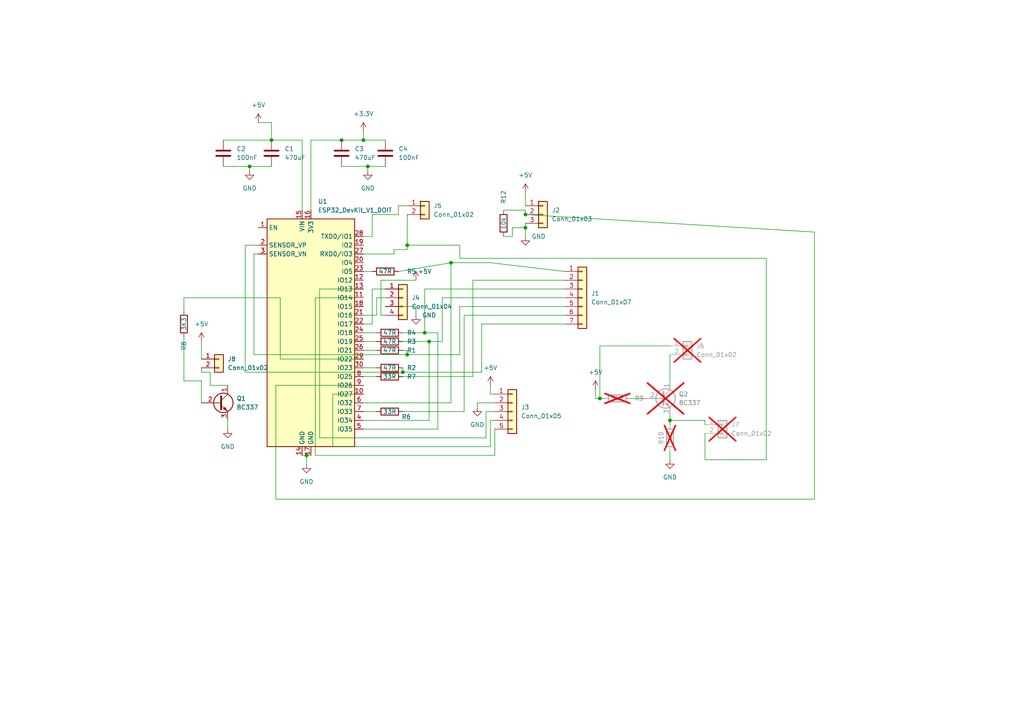
<source format=kicad_sch>
(kicad_sch
	(version 20250114)
	(generator "eeschema")
	(generator_version "9.0")
	(uuid "6f23b28f-35dc-4546-b08f-72b82cccd48b")
	(paper "A4")
	(title_block
		(title "ESP32 WeaponWireTester V1.1")
		(date "2025-09-09")
		(rev "R3")
		(company "Piet Wauters, Claude Wolter")
		(comment 1 "https://github.com/pietwauters/WeaponWireTester")
		(comment 2 "©2025  CC BY-NC-SA 4.0")
		(comment 3 "transistor footprind hand solder friendly")
		(comment 4 "R3: adaptation from scoring device")
	)
	(lib_symbols
		(symbol "Connector_Generic:Conn_01x02"
			(pin_names
				(offset 1.016)
				(hide yes)
			)
			(exclude_from_sim no)
			(in_bom yes)
			(on_board yes)
			(property "Reference" "J"
				(at 0 2.54 0)
				(effects
					(font
						(size 1.27 1.27)
					)
				)
			)
			(property "Value" "Conn_01x02"
				(at 0 -5.08 0)
				(effects
					(font
						(size 1.27 1.27)
					)
				)
			)
			(property "Footprint" ""
				(at 0 0 0)
				(effects
					(font
						(size 1.27 1.27)
					)
					(hide yes)
				)
			)
			(property "Datasheet" "~"
				(at 0 0 0)
				(effects
					(font
						(size 1.27 1.27)
					)
					(hide yes)
				)
			)
			(property "Description" "Generic connector, single row, 01x02, script generated (kicad-library-utils/schlib/autogen/connector/)"
				(at 0 0 0)
				(effects
					(font
						(size 1.27 1.27)
					)
					(hide yes)
				)
			)
			(property "ki_keywords" "connector"
				(at 0 0 0)
				(effects
					(font
						(size 1.27 1.27)
					)
					(hide yes)
				)
			)
			(property "ki_fp_filters" "Connector*:*_1x??_*"
				(at 0 0 0)
				(effects
					(font
						(size 1.27 1.27)
					)
					(hide yes)
				)
			)
			(symbol "Conn_01x02_1_1"
				(rectangle
					(start -1.27 1.27)
					(end 1.27 -3.81)
					(stroke
						(width 0.254)
						(type default)
					)
					(fill
						(type background)
					)
				)
				(rectangle
					(start -1.27 0.127)
					(end 0 -0.127)
					(stroke
						(width 0.1524)
						(type default)
					)
					(fill
						(type none)
					)
				)
				(rectangle
					(start -1.27 -2.413)
					(end 0 -2.667)
					(stroke
						(width 0.1524)
						(type default)
					)
					(fill
						(type none)
					)
				)
				(pin passive line
					(at -5.08 0 0)
					(length 3.81)
					(name "Pin_1"
						(effects
							(font
								(size 1.27 1.27)
							)
						)
					)
					(number "1"
						(effects
							(font
								(size 1.27 1.27)
							)
						)
					)
				)
				(pin passive line
					(at -5.08 -2.54 0)
					(length 3.81)
					(name "Pin_2"
						(effects
							(font
								(size 1.27 1.27)
							)
						)
					)
					(number "2"
						(effects
							(font
								(size 1.27 1.27)
							)
						)
					)
				)
			)
			(embedded_fonts no)
		)
		(symbol "Connector_Generic:Conn_01x03"
			(pin_names
				(offset 1.016)
				(hide yes)
			)
			(exclude_from_sim no)
			(in_bom yes)
			(on_board yes)
			(property "Reference" "J"
				(at 0 5.08 0)
				(effects
					(font
						(size 1.27 1.27)
					)
				)
			)
			(property "Value" "Conn_01x03"
				(at 0 -5.08 0)
				(effects
					(font
						(size 1.27 1.27)
					)
				)
			)
			(property "Footprint" ""
				(at 0 0 0)
				(effects
					(font
						(size 1.27 1.27)
					)
					(hide yes)
				)
			)
			(property "Datasheet" "~"
				(at 0 0 0)
				(effects
					(font
						(size 1.27 1.27)
					)
					(hide yes)
				)
			)
			(property "Description" "Generic connector, single row, 01x03, script generated (kicad-library-utils/schlib/autogen/connector/)"
				(at 0 0 0)
				(effects
					(font
						(size 1.27 1.27)
					)
					(hide yes)
				)
			)
			(property "ki_keywords" "connector"
				(at 0 0 0)
				(effects
					(font
						(size 1.27 1.27)
					)
					(hide yes)
				)
			)
			(property "ki_fp_filters" "Connector*:*_1x??_*"
				(at 0 0 0)
				(effects
					(font
						(size 1.27 1.27)
					)
					(hide yes)
				)
			)
			(symbol "Conn_01x03_1_1"
				(rectangle
					(start -1.27 3.81)
					(end 1.27 -3.81)
					(stroke
						(width 0.254)
						(type default)
					)
					(fill
						(type background)
					)
				)
				(rectangle
					(start -1.27 2.667)
					(end 0 2.413)
					(stroke
						(width 0.1524)
						(type default)
					)
					(fill
						(type none)
					)
				)
				(rectangle
					(start -1.27 0.127)
					(end 0 -0.127)
					(stroke
						(width 0.1524)
						(type default)
					)
					(fill
						(type none)
					)
				)
				(rectangle
					(start -1.27 -2.413)
					(end 0 -2.667)
					(stroke
						(width 0.1524)
						(type default)
					)
					(fill
						(type none)
					)
				)
				(pin passive line
					(at -5.08 2.54 0)
					(length 3.81)
					(name "Pin_1"
						(effects
							(font
								(size 1.27 1.27)
							)
						)
					)
					(number "1"
						(effects
							(font
								(size 1.27 1.27)
							)
						)
					)
				)
				(pin passive line
					(at -5.08 0 0)
					(length 3.81)
					(name "Pin_2"
						(effects
							(font
								(size 1.27 1.27)
							)
						)
					)
					(number "2"
						(effects
							(font
								(size 1.27 1.27)
							)
						)
					)
				)
				(pin passive line
					(at -5.08 -2.54 0)
					(length 3.81)
					(name "Pin_3"
						(effects
							(font
								(size 1.27 1.27)
							)
						)
					)
					(number "3"
						(effects
							(font
								(size 1.27 1.27)
							)
						)
					)
				)
			)
			(embedded_fonts no)
		)
		(symbol "Connector_Generic:Conn_01x04"
			(pin_names
				(offset 1.016)
				(hide yes)
			)
			(exclude_from_sim no)
			(in_bom yes)
			(on_board yes)
			(property "Reference" "J"
				(at 0 5.08 0)
				(effects
					(font
						(size 1.27 1.27)
					)
				)
			)
			(property "Value" "Conn_01x04"
				(at 0 -7.62 0)
				(effects
					(font
						(size 1.27 1.27)
					)
				)
			)
			(property "Footprint" ""
				(at 0 0 0)
				(effects
					(font
						(size 1.27 1.27)
					)
					(hide yes)
				)
			)
			(property "Datasheet" "~"
				(at 0 0 0)
				(effects
					(font
						(size 1.27 1.27)
					)
					(hide yes)
				)
			)
			(property "Description" "Generic connector, single row, 01x04, script generated (kicad-library-utils/schlib/autogen/connector/)"
				(at 0 0 0)
				(effects
					(font
						(size 1.27 1.27)
					)
					(hide yes)
				)
			)
			(property "ki_keywords" "connector"
				(at 0 0 0)
				(effects
					(font
						(size 1.27 1.27)
					)
					(hide yes)
				)
			)
			(property "ki_fp_filters" "Connector*:*_1x??_*"
				(at 0 0 0)
				(effects
					(font
						(size 1.27 1.27)
					)
					(hide yes)
				)
			)
			(symbol "Conn_01x04_1_1"
				(rectangle
					(start -1.27 3.81)
					(end 1.27 -6.35)
					(stroke
						(width 0.254)
						(type default)
					)
					(fill
						(type background)
					)
				)
				(rectangle
					(start -1.27 2.667)
					(end 0 2.413)
					(stroke
						(width 0.1524)
						(type default)
					)
					(fill
						(type none)
					)
				)
				(rectangle
					(start -1.27 0.127)
					(end 0 -0.127)
					(stroke
						(width 0.1524)
						(type default)
					)
					(fill
						(type none)
					)
				)
				(rectangle
					(start -1.27 -2.413)
					(end 0 -2.667)
					(stroke
						(width 0.1524)
						(type default)
					)
					(fill
						(type none)
					)
				)
				(rectangle
					(start -1.27 -4.953)
					(end 0 -5.207)
					(stroke
						(width 0.1524)
						(type default)
					)
					(fill
						(type none)
					)
				)
				(pin passive line
					(at -5.08 2.54 0)
					(length 3.81)
					(name "Pin_1"
						(effects
							(font
								(size 1.27 1.27)
							)
						)
					)
					(number "1"
						(effects
							(font
								(size 1.27 1.27)
							)
						)
					)
				)
				(pin passive line
					(at -5.08 0 0)
					(length 3.81)
					(name "Pin_2"
						(effects
							(font
								(size 1.27 1.27)
							)
						)
					)
					(number "2"
						(effects
							(font
								(size 1.27 1.27)
							)
						)
					)
				)
				(pin passive line
					(at -5.08 -2.54 0)
					(length 3.81)
					(name "Pin_3"
						(effects
							(font
								(size 1.27 1.27)
							)
						)
					)
					(number "3"
						(effects
							(font
								(size 1.27 1.27)
							)
						)
					)
				)
				(pin passive line
					(at -5.08 -5.08 0)
					(length 3.81)
					(name "Pin_4"
						(effects
							(font
								(size 1.27 1.27)
							)
						)
					)
					(number "4"
						(effects
							(font
								(size 1.27 1.27)
							)
						)
					)
				)
			)
			(embedded_fonts no)
		)
		(symbol "Connector_Generic:Conn_01x05"
			(pin_names
				(offset 1.016)
				(hide yes)
			)
			(exclude_from_sim no)
			(in_bom yes)
			(on_board yes)
			(property "Reference" "J"
				(at 0 7.62 0)
				(effects
					(font
						(size 1.27 1.27)
					)
				)
			)
			(property "Value" "Conn_01x05"
				(at 0 -7.62 0)
				(effects
					(font
						(size 1.27 1.27)
					)
				)
			)
			(property "Footprint" ""
				(at 0 0 0)
				(effects
					(font
						(size 1.27 1.27)
					)
					(hide yes)
				)
			)
			(property "Datasheet" "~"
				(at 0 0 0)
				(effects
					(font
						(size 1.27 1.27)
					)
					(hide yes)
				)
			)
			(property "Description" "Generic connector, single row, 01x05, script generated (kicad-library-utils/schlib/autogen/connector/)"
				(at 0 0 0)
				(effects
					(font
						(size 1.27 1.27)
					)
					(hide yes)
				)
			)
			(property "ki_keywords" "connector"
				(at 0 0 0)
				(effects
					(font
						(size 1.27 1.27)
					)
					(hide yes)
				)
			)
			(property "ki_fp_filters" "Connector*:*_1x??_*"
				(at 0 0 0)
				(effects
					(font
						(size 1.27 1.27)
					)
					(hide yes)
				)
			)
			(symbol "Conn_01x05_1_1"
				(rectangle
					(start -1.27 6.35)
					(end 1.27 -6.35)
					(stroke
						(width 0.254)
						(type default)
					)
					(fill
						(type background)
					)
				)
				(rectangle
					(start -1.27 5.207)
					(end 0 4.953)
					(stroke
						(width 0.1524)
						(type default)
					)
					(fill
						(type none)
					)
				)
				(rectangle
					(start -1.27 2.667)
					(end 0 2.413)
					(stroke
						(width 0.1524)
						(type default)
					)
					(fill
						(type none)
					)
				)
				(rectangle
					(start -1.27 0.127)
					(end 0 -0.127)
					(stroke
						(width 0.1524)
						(type default)
					)
					(fill
						(type none)
					)
				)
				(rectangle
					(start -1.27 -2.413)
					(end 0 -2.667)
					(stroke
						(width 0.1524)
						(type default)
					)
					(fill
						(type none)
					)
				)
				(rectangle
					(start -1.27 -4.953)
					(end 0 -5.207)
					(stroke
						(width 0.1524)
						(type default)
					)
					(fill
						(type none)
					)
				)
				(pin passive line
					(at -5.08 5.08 0)
					(length 3.81)
					(name "Pin_1"
						(effects
							(font
								(size 1.27 1.27)
							)
						)
					)
					(number "1"
						(effects
							(font
								(size 1.27 1.27)
							)
						)
					)
				)
				(pin passive line
					(at -5.08 2.54 0)
					(length 3.81)
					(name "Pin_2"
						(effects
							(font
								(size 1.27 1.27)
							)
						)
					)
					(number "2"
						(effects
							(font
								(size 1.27 1.27)
							)
						)
					)
				)
				(pin passive line
					(at -5.08 0 0)
					(length 3.81)
					(name "Pin_3"
						(effects
							(font
								(size 1.27 1.27)
							)
						)
					)
					(number "3"
						(effects
							(font
								(size 1.27 1.27)
							)
						)
					)
				)
				(pin passive line
					(at -5.08 -2.54 0)
					(length 3.81)
					(name "Pin_4"
						(effects
							(font
								(size 1.27 1.27)
							)
						)
					)
					(number "4"
						(effects
							(font
								(size 1.27 1.27)
							)
						)
					)
				)
				(pin passive line
					(at -5.08 -5.08 0)
					(length 3.81)
					(name "Pin_5"
						(effects
							(font
								(size 1.27 1.27)
							)
						)
					)
					(number "5"
						(effects
							(font
								(size 1.27 1.27)
							)
						)
					)
				)
			)
			(embedded_fonts no)
		)
		(symbol "Connector_Generic:Conn_01x07"
			(pin_names
				(offset 1.016)
				(hide yes)
			)
			(exclude_from_sim no)
			(in_bom yes)
			(on_board yes)
			(property "Reference" "J"
				(at 0 10.16 0)
				(effects
					(font
						(size 1.27 1.27)
					)
				)
			)
			(property "Value" "Conn_01x07"
				(at 0 -10.16 0)
				(effects
					(font
						(size 1.27 1.27)
					)
				)
			)
			(property "Footprint" ""
				(at 0 0 0)
				(effects
					(font
						(size 1.27 1.27)
					)
					(hide yes)
				)
			)
			(property "Datasheet" "~"
				(at 0 0 0)
				(effects
					(font
						(size 1.27 1.27)
					)
					(hide yes)
				)
			)
			(property "Description" "Generic connector, single row, 01x07, script generated (kicad-library-utils/schlib/autogen/connector/)"
				(at 0 0 0)
				(effects
					(font
						(size 1.27 1.27)
					)
					(hide yes)
				)
			)
			(property "ki_keywords" "connector"
				(at 0 0 0)
				(effects
					(font
						(size 1.27 1.27)
					)
					(hide yes)
				)
			)
			(property "ki_fp_filters" "Connector*:*_1x??_*"
				(at 0 0 0)
				(effects
					(font
						(size 1.27 1.27)
					)
					(hide yes)
				)
			)
			(symbol "Conn_01x07_1_1"
				(rectangle
					(start -1.27 8.89)
					(end 1.27 -8.89)
					(stroke
						(width 0.254)
						(type default)
					)
					(fill
						(type background)
					)
				)
				(rectangle
					(start -1.27 7.747)
					(end 0 7.493)
					(stroke
						(width 0.1524)
						(type default)
					)
					(fill
						(type none)
					)
				)
				(rectangle
					(start -1.27 5.207)
					(end 0 4.953)
					(stroke
						(width 0.1524)
						(type default)
					)
					(fill
						(type none)
					)
				)
				(rectangle
					(start -1.27 2.667)
					(end 0 2.413)
					(stroke
						(width 0.1524)
						(type default)
					)
					(fill
						(type none)
					)
				)
				(rectangle
					(start -1.27 0.127)
					(end 0 -0.127)
					(stroke
						(width 0.1524)
						(type default)
					)
					(fill
						(type none)
					)
				)
				(rectangle
					(start -1.27 -2.413)
					(end 0 -2.667)
					(stroke
						(width 0.1524)
						(type default)
					)
					(fill
						(type none)
					)
				)
				(rectangle
					(start -1.27 -4.953)
					(end 0 -5.207)
					(stroke
						(width 0.1524)
						(type default)
					)
					(fill
						(type none)
					)
				)
				(rectangle
					(start -1.27 -7.493)
					(end 0 -7.747)
					(stroke
						(width 0.1524)
						(type default)
					)
					(fill
						(type none)
					)
				)
				(pin passive line
					(at -5.08 7.62 0)
					(length 3.81)
					(name "Pin_1"
						(effects
							(font
								(size 1.27 1.27)
							)
						)
					)
					(number "1"
						(effects
							(font
								(size 1.27 1.27)
							)
						)
					)
				)
				(pin passive line
					(at -5.08 5.08 0)
					(length 3.81)
					(name "Pin_2"
						(effects
							(font
								(size 1.27 1.27)
							)
						)
					)
					(number "2"
						(effects
							(font
								(size 1.27 1.27)
							)
						)
					)
				)
				(pin passive line
					(at -5.08 2.54 0)
					(length 3.81)
					(name "Pin_3"
						(effects
							(font
								(size 1.27 1.27)
							)
						)
					)
					(number "3"
						(effects
							(font
								(size 1.27 1.27)
							)
						)
					)
				)
				(pin passive line
					(at -5.08 0 0)
					(length 3.81)
					(name "Pin_4"
						(effects
							(font
								(size 1.27 1.27)
							)
						)
					)
					(number "4"
						(effects
							(font
								(size 1.27 1.27)
							)
						)
					)
				)
				(pin passive line
					(at -5.08 -2.54 0)
					(length 3.81)
					(name "Pin_5"
						(effects
							(font
								(size 1.27 1.27)
							)
						)
					)
					(number "5"
						(effects
							(font
								(size 1.27 1.27)
							)
						)
					)
				)
				(pin passive line
					(at -5.08 -5.08 0)
					(length 3.81)
					(name "Pin_6"
						(effects
							(font
								(size 1.27 1.27)
							)
						)
					)
					(number "6"
						(effects
							(font
								(size 1.27 1.27)
							)
						)
					)
				)
				(pin passive line
					(at -5.08 -7.62 0)
					(length 3.81)
					(name "Pin_7"
						(effects
							(font
								(size 1.27 1.27)
							)
						)
					)
					(number "7"
						(effects
							(font
								(size 1.27 1.27)
							)
						)
					)
				)
			)
			(embedded_fonts no)
		)
		(symbol "Device:C"
			(pin_numbers
				(hide yes)
			)
			(pin_names
				(offset 0.254)
			)
			(exclude_from_sim no)
			(in_bom yes)
			(on_board yes)
			(property "Reference" "C"
				(at 0.635 2.54 0)
				(effects
					(font
						(size 1.27 1.27)
					)
					(justify left)
				)
			)
			(property "Value" "C"
				(at 0.635 -2.54 0)
				(effects
					(font
						(size 1.27 1.27)
					)
					(justify left)
				)
			)
			(property "Footprint" ""
				(at 0.9652 -3.81 0)
				(effects
					(font
						(size 1.27 1.27)
					)
					(hide yes)
				)
			)
			(property "Datasheet" "~"
				(at 0 0 0)
				(effects
					(font
						(size 1.27 1.27)
					)
					(hide yes)
				)
			)
			(property "Description" "Unpolarized capacitor"
				(at 0 0 0)
				(effects
					(font
						(size 1.27 1.27)
					)
					(hide yes)
				)
			)
			(property "ki_keywords" "cap capacitor"
				(at 0 0 0)
				(effects
					(font
						(size 1.27 1.27)
					)
					(hide yes)
				)
			)
			(property "ki_fp_filters" "C_*"
				(at 0 0 0)
				(effects
					(font
						(size 1.27 1.27)
					)
					(hide yes)
				)
			)
			(symbol "C_0_1"
				(polyline
					(pts
						(xy -2.032 0.762) (xy 2.032 0.762)
					)
					(stroke
						(width 0.508)
						(type default)
					)
					(fill
						(type none)
					)
				)
				(polyline
					(pts
						(xy -2.032 -0.762) (xy 2.032 -0.762)
					)
					(stroke
						(width 0.508)
						(type default)
					)
					(fill
						(type none)
					)
				)
			)
			(symbol "C_1_1"
				(pin passive line
					(at 0 3.81 270)
					(length 2.794)
					(name "~"
						(effects
							(font
								(size 1.27 1.27)
							)
						)
					)
					(number "1"
						(effects
							(font
								(size 1.27 1.27)
							)
						)
					)
				)
				(pin passive line
					(at 0 -3.81 90)
					(length 2.794)
					(name "~"
						(effects
							(font
								(size 1.27 1.27)
							)
						)
					)
					(number "2"
						(effects
							(font
								(size 1.27 1.27)
							)
						)
					)
				)
			)
			(embedded_fonts no)
		)
		(symbol "Device:R"
			(pin_numbers
				(hide yes)
			)
			(pin_names
				(offset 0)
			)
			(exclude_from_sim no)
			(in_bom yes)
			(on_board yes)
			(property "Reference" "R"
				(at 2.032 0 90)
				(effects
					(font
						(size 1.27 1.27)
					)
				)
			)
			(property "Value" "R"
				(at 0 0 90)
				(effects
					(font
						(size 1.27 1.27)
					)
				)
			)
			(property "Footprint" ""
				(at -1.778 0 90)
				(effects
					(font
						(size 1.27 1.27)
					)
					(hide yes)
				)
			)
			(property "Datasheet" "~"
				(at 0 0 0)
				(effects
					(font
						(size 1.27 1.27)
					)
					(hide yes)
				)
			)
			(property "Description" "Resistor"
				(at 0 0 0)
				(effects
					(font
						(size 1.27 1.27)
					)
					(hide yes)
				)
			)
			(property "ki_keywords" "R res resistor"
				(at 0 0 0)
				(effects
					(font
						(size 1.27 1.27)
					)
					(hide yes)
				)
			)
			(property "ki_fp_filters" "R_*"
				(at 0 0 0)
				(effects
					(font
						(size 1.27 1.27)
					)
					(hide yes)
				)
			)
			(symbol "R_0_1"
				(rectangle
					(start -1.016 -2.54)
					(end 1.016 2.54)
					(stroke
						(width 0.254)
						(type default)
					)
					(fill
						(type none)
					)
				)
			)
			(symbol "R_1_1"
				(pin passive line
					(at 0 3.81 270)
					(length 1.27)
					(name "~"
						(effects
							(font
								(size 1.27 1.27)
							)
						)
					)
					(number "1"
						(effects
							(font
								(size 1.27 1.27)
							)
						)
					)
				)
				(pin passive line
					(at 0 -3.81 90)
					(length 1.27)
					(name "~"
						(effects
							(font
								(size 1.27 1.27)
							)
						)
					)
					(number "2"
						(effects
							(font
								(size 1.27 1.27)
							)
						)
					)
				)
			)
			(embedded_fonts no)
		)
		(symbol "ESP32_DevKit_V1_DOIT:ESP32_DevKit_V1_DOIT"
			(exclude_from_sim no)
			(in_bom yes)
			(on_board yes)
			(property "Reference" "U"
				(at -11.43 34.29 0)
				(effects
					(font
						(size 1.27 1.27)
					)
				)
			)
			(property "Value" "ESP32_DevKit_V1_DOIT"
				(at 11.43 34.29 0)
				(effects
					(font
						(size 1.27 1.27)
					)
				)
			)
			(property "Footprint" "ESP32_DevKit_V1_DOIT:esp32_devkit_v1_doit"
				(at -11.43 34.29 0)
				(effects
					(font
						(size 1.27 1.27)
					)
					(hide yes)
				)
			)
			(property "Datasheet" "https://aliexpress.com/item/32864722159.html"
				(at -11.43 34.29 0)
				(effects
					(font
						(size 1.27 1.27)
					)
					(hide yes)
				)
			)
			(property "Description" "32-bit microcontroller module with WiFi and Bluetooth"
				(at 0 0 0)
				(effects
					(font
						(size 1.27 1.27)
					)
					(hide yes)
				)
			)
			(property "ki_keywords" "ESP32-WROOM-32 WiFi and Bluetooth microcontroller"
				(at 0 0 0)
				(effects
					(font
						(size 1.27 1.27)
					)
					(hide yes)
				)
			)
			(property "ki_fp_filters" "esp32?devkit?v1?doit*"
				(at 0 0 0)
				(effects
					(font
						(size 1.27 1.27)
					)
					(hide yes)
				)
			)
			(symbol "ESP32_DevKit_V1_DOIT_1_1"
				(rectangle
					(start -12.7 33.02)
					(end 12.7 -33.02)
					(stroke
						(width 0.254)
						(type default)
					)
					(fill
						(type background)
					)
				)
				(pin input line
					(at -15.24 30.48 0)
					(length 2.54)
					(name "EN"
						(effects
							(font
								(size 1.27 1.27)
							)
						)
					)
					(number "1"
						(effects
							(font
								(size 1.27 1.27)
							)
						)
					)
				)
				(pin input line
					(at -15.24 25.4 0)
					(length 2.54)
					(name "SENSOR_VP"
						(effects
							(font
								(size 1.27 1.27)
							)
						)
					)
					(number "2"
						(effects
							(font
								(size 1.27 1.27)
							)
						)
					)
				)
				(pin input line
					(at -15.24 22.86 0)
					(length 2.54)
					(name "SENSOR_VN"
						(effects
							(font
								(size 1.27 1.27)
							)
						)
					)
					(number "3"
						(effects
							(font
								(size 1.27 1.27)
							)
						)
					)
				)
				(pin power_in line
					(at -2.54 35.56 270)
					(length 2.54)
					(name "VIN"
						(effects
							(font
								(size 1.27 1.27)
							)
						)
					)
					(number "15"
						(effects
							(font
								(size 1.27 1.27)
							)
						)
					)
				)
				(pin power_in line
					(at -2.54 -35.56 90)
					(length 2.54)
					(name "GND"
						(effects
							(font
								(size 1.27 1.27)
							)
						)
					)
					(number "14"
						(effects
							(font
								(size 1.27 1.27)
							)
						)
					)
				)
				(pin power_in line
					(at 0 35.56 270)
					(length 2.54)
					(name "3V3"
						(effects
							(font
								(size 1.27 1.27)
							)
						)
					)
					(number "16"
						(effects
							(font
								(size 1.27 1.27)
							)
						)
					)
				)
				(pin power_in line
					(at 0 -35.56 90)
					(length 2.54)
					(name "GND"
						(effects
							(font
								(size 1.27 1.27)
							)
						)
					)
					(number "17"
						(effects
							(font
								(size 1.27 1.27)
							)
						)
					)
				)
				(pin bidirectional line
					(at 15.24 27.94 180)
					(length 2.54)
					(name "TXD0/IO1"
						(effects
							(font
								(size 1.27 1.27)
							)
						)
					)
					(number "28"
						(effects
							(font
								(size 1.27 1.27)
							)
						)
					)
				)
				(pin bidirectional line
					(at 15.24 25.4 180)
					(length 2.54)
					(name "IO2"
						(effects
							(font
								(size 1.27 1.27)
							)
						)
					)
					(number "19"
						(effects
							(font
								(size 1.27 1.27)
							)
						)
					)
				)
				(pin bidirectional line
					(at 15.24 22.86 180)
					(length 2.54)
					(name "RXD0/IO3"
						(effects
							(font
								(size 1.27 1.27)
							)
						)
					)
					(number "27"
						(effects
							(font
								(size 1.27 1.27)
							)
						)
					)
				)
				(pin bidirectional line
					(at 15.24 20.32 180)
					(length 2.54)
					(name "IO4"
						(effects
							(font
								(size 1.27 1.27)
							)
						)
					)
					(number "20"
						(effects
							(font
								(size 1.27 1.27)
							)
						)
					)
				)
				(pin bidirectional line
					(at 15.24 17.78 180)
					(length 2.54)
					(name "IO5"
						(effects
							(font
								(size 1.27 1.27)
							)
						)
					)
					(number "23"
						(effects
							(font
								(size 1.27 1.27)
							)
						)
					)
				)
				(pin bidirectional line
					(at 15.24 15.24 180)
					(length 2.54)
					(name "IO12"
						(effects
							(font
								(size 1.27 1.27)
							)
						)
					)
					(number "12"
						(effects
							(font
								(size 1.27 1.27)
							)
						)
					)
				)
				(pin bidirectional line
					(at 15.24 12.7 180)
					(length 2.54)
					(name "IO13"
						(effects
							(font
								(size 1.27 1.27)
							)
						)
					)
					(number "13"
						(effects
							(font
								(size 1.27 1.27)
							)
						)
					)
				)
				(pin bidirectional line
					(at 15.24 10.16 180)
					(length 2.54)
					(name "IO14"
						(effects
							(font
								(size 1.27 1.27)
							)
						)
					)
					(number "11"
						(effects
							(font
								(size 1.27 1.27)
							)
						)
					)
				)
				(pin bidirectional line
					(at 15.24 7.62 180)
					(length 2.54)
					(name "IO15"
						(effects
							(font
								(size 1.27 1.27)
							)
						)
					)
					(number "18"
						(effects
							(font
								(size 1.27 1.27)
							)
						)
					)
				)
				(pin bidirectional line
					(at 15.24 5.08 180)
					(length 2.54)
					(name "IO16"
						(effects
							(font
								(size 1.27 1.27)
							)
						)
					)
					(number "21"
						(effects
							(font
								(size 1.27 1.27)
							)
						)
					)
				)
				(pin bidirectional line
					(at 15.24 2.54 180)
					(length 2.54)
					(name "IO17"
						(effects
							(font
								(size 1.27 1.27)
							)
						)
					)
					(number "22"
						(effects
							(font
								(size 1.27 1.27)
							)
						)
					)
				)
				(pin bidirectional line
					(at 15.24 0 180)
					(length 2.54)
					(name "IO18"
						(effects
							(font
								(size 1.27 1.27)
							)
						)
					)
					(number "24"
						(effects
							(font
								(size 1.27 1.27)
							)
						)
					)
				)
				(pin bidirectional line
					(at 15.24 -2.54 180)
					(length 2.54)
					(name "IO19"
						(effects
							(font
								(size 1.27 1.27)
							)
						)
					)
					(number "25"
						(effects
							(font
								(size 1.27 1.27)
							)
						)
					)
				)
				(pin bidirectional line
					(at 15.24 -5.08 180)
					(length 2.54)
					(name "IO21"
						(effects
							(font
								(size 1.27 1.27)
							)
						)
					)
					(number "26"
						(effects
							(font
								(size 1.27 1.27)
							)
						)
					)
				)
				(pin bidirectional line
					(at 15.24 -7.62 180)
					(length 2.54)
					(name "IO22"
						(effects
							(font
								(size 1.27 1.27)
							)
						)
					)
					(number "29"
						(effects
							(font
								(size 1.27 1.27)
							)
						)
					)
				)
				(pin bidirectional line
					(at 15.24 -10.16 180)
					(length 2.54)
					(name "IO23"
						(effects
							(font
								(size 1.27 1.27)
							)
						)
					)
					(number "30"
						(effects
							(font
								(size 1.27 1.27)
							)
						)
					)
				)
				(pin bidirectional line
					(at 15.24 -12.7 180)
					(length 2.54)
					(name "IO25"
						(effects
							(font
								(size 1.27 1.27)
							)
						)
					)
					(number "8"
						(effects
							(font
								(size 1.27 1.27)
							)
						)
					)
				)
				(pin bidirectional line
					(at 15.24 -15.24 180)
					(length 2.54)
					(name "IO26"
						(effects
							(font
								(size 1.27 1.27)
							)
						)
					)
					(number "9"
						(effects
							(font
								(size 1.27 1.27)
							)
						)
					)
				)
				(pin bidirectional line
					(at 15.24 -17.78 180)
					(length 2.54)
					(name "IO27"
						(effects
							(font
								(size 1.27 1.27)
							)
						)
					)
					(number "10"
						(effects
							(font
								(size 1.27 1.27)
							)
						)
					)
				)
				(pin bidirectional line
					(at 15.24 -20.32 180)
					(length 2.54)
					(name "IO32"
						(effects
							(font
								(size 1.27 1.27)
							)
						)
					)
					(number "6"
						(effects
							(font
								(size 1.27 1.27)
							)
						)
					)
				)
				(pin bidirectional line
					(at 15.24 -22.86 180)
					(length 2.54)
					(name "IO33"
						(effects
							(font
								(size 1.27 1.27)
							)
						)
					)
					(number "7"
						(effects
							(font
								(size 1.27 1.27)
							)
						)
					)
				)
				(pin input line
					(at 15.24 -25.4 180)
					(length 2.54)
					(name "IO34"
						(effects
							(font
								(size 1.27 1.27)
							)
						)
					)
					(number "4"
						(effects
							(font
								(size 1.27 1.27)
							)
						)
					)
				)
				(pin input line
					(at 15.24 -27.94 180)
					(length 2.54)
					(name "IO35"
						(effects
							(font
								(size 1.27 1.27)
							)
						)
					)
					(number "5"
						(effects
							(font
								(size 1.27 1.27)
							)
						)
					)
				)
			)
			(embedded_fonts no)
		)
		(symbol "Transistor_BJT:BC337"
			(pin_names
				(offset 0)
				(hide yes)
			)
			(exclude_from_sim no)
			(in_bom yes)
			(on_board yes)
			(property "Reference" "Q"
				(at 5.08 1.905 0)
				(effects
					(font
						(size 1.27 1.27)
					)
					(justify left)
				)
			)
			(property "Value" "BC337"
				(at 5.08 0 0)
				(effects
					(font
						(size 1.27 1.27)
					)
					(justify left)
				)
			)
			(property "Footprint" "Package_TO_SOT_THT:TO-92_Inline"
				(at 5.08 -1.905 0)
				(effects
					(font
						(size 1.27 1.27)
						(italic yes)
					)
					(justify left)
					(hide yes)
				)
			)
			(property "Datasheet" "https://diotec.com/tl_files/diotec/files/pdf/datasheets/bc337.pdf"
				(at 0 0 0)
				(effects
					(font
						(size 1.27 1.27)
					)
					(justify left)
					(hide yes)
				)
			)
			(property "Description" "0.8A Ic, 45V Vce, NPN Transistor, TO-92"
				(at 0 0 0)
				(effects
					(font
						(size 1.27 1.27)
					)
					(hide yes)
				)
			)
			(property "ki_keywords" "NPN Transistor"
				(at 0 0 0)
				(effects
					(font
						(size 1.27 1.27)
					)
					(hide yes)
				)
			)
			(property "ki_fp_filters" "TO?92*"
				(at 0 0 0)
				(effects
					(font
						(size 1.27 1.27)
					)
					(hide yes)
				)
			)
			(symbol "BC337_0_1"
				(polyline
					(pts
						(xy 0 0) (xy 0.635 0)
					)
					(stroke
						(width 0)
						(type default)
					)
					(fill
						(type none)
					)
				)
				(polyline
					(pts
						(xy 0.635 1.905) (xy 0.635 -1.905) (xy 0.635 -1.905)
					)
					(stroke
						(width 0.508)
						(type default)
					)
					(fill
						(type none)
					)
				)
				(polyline
					(pts
						(xy 0.635 0.635) (xy 2.54 2.54)
					)
					(stroke
						(width 0)
						(type default)
					)
					(fill
						(type none)
					)
				)
				(polyline
					(pts
						(xy 0.635 -0.635) (xy 2.54 -2.54) (xy 2.54 -2.54)
					)
					(stroke
						(width 0)
						(type default)
					)
					(fill
						(type none)
					)
				)
				(circle
					(center 1.27 0)
					(radius 2.8194)
					(stroke
						(width 0.254)
						(type default)
					)
					(fill
						(type none)
					)
				)
				(polyline
					(pts
						(xy 1.27 -1.778) (xy 1.778 -1.27) (xy 2.286 -2.286) (xy 1.27 -1.778) (xy 1.27 -1.778)
					)
					(stroke
						(width 0)
						(type default)
					)
					(fill
						(type outline)
					)
				)
			)
			(symbol "BC337_1_1"
				(pin input line
					(at -5.08 0 0)
					(length 5.08)
					(name "B"
						(effects
							(font
								(size 1.27 1.27)
							)
						)
					)
					(number "2"
						(effects
							(font
								(size 1.27 1.27)
							)
						)
					)
				)
				(pin passive line
					(at 2.54 5.08 270)
					(length 2.54)
					(name "C"
						(effects
							(font
								(size 1.27 1.27)
							)
						)
					)
					(number "1"
						(effects
							(font
								(size 1.27 1.27)
							)
						)
					)
				)
				(pin passive line
					(at 2.54 -5.08 90)
					(length 2.54)
					(name "E"
						(effects
							(font
								(size 1.27 1.27)
							)
						)
					)
					(number "3"
						(effects
							(font
								(size 1.27 1.27)
							)
						)
					)
				)
			)
			(embedded_fonts no)
		)
		(symbol "power:+3.3V"
			(power)
			(pin_names
				(offset 0)
			)
			(exclude_from_sim no)
			(in_bom yes)
			(on_board yes)
			(property "Reference" "#PWR"
				(at 0 -3.81 0)
				(effects
					(font
						(size 1.27 1.27)
					)
					(hide yes)
				)
			)
			(property "Value" "+3.3V"
				(at 0 3.556 0)
				(effects
					(font
						(size 1.27 1.27)
					)
				)
			)
			(property "Footprint" ""
				(at 0 0 0)
				(effects
					(font
						(size 1.27 1.27)
					)
					(hide yes)
				)
			)
			(property "Datasheet" ""
				(at 0 0 0)
				(effects
					(font
						(size 1.27 1.27)
					)
					(hide yes)
				)
			)
			(property "Description" "Power symbol creates a global label with name \"+3.3V\""
				(at 0 0 0)
				(effects
					(font
						(size 1.27 1.27)
					)
					(hide yes)
				)
			)
			(property "ki_keywords" "power-flag"
				(at 0 0 0)
				(effects
					(font
						(size 1.27 1.27)
					)
					(hide yes)
				)
			)
			(symbol "+3.3V_0_1"
				(polyline
					(pts
						(xy -0.762 1.27) (xy 0 2.54)
					)
					(stroke
						(width 0)
						(type default)
					)
					(fill
						(type none)
					)
				)
				(polyline
					(pts
						(xy 0 2.54) (xy 0.762 1.27)
					)
					(stroke
						(width 0)
						(type default)
					)
					(fill
						(type none)
					)
				)
				(polyline
					(pts
						(xy 0 0) (xy 0 2.54)
					)
					(stroke
						(width 0)
						(type default)
					)
					(fill
						(type none)
					)
				)
			)
			(symbol "+3.3V_1_1"
				(pin power_in line
					(at 0 0 90)
					(length 0)
					(hide yes)
					(name "+3.3V"
						(effects
							(font
								(size 1.27 1.27)
							)
						)
					)
					(number "1"
						(effects
							(font
								(size 1.27 1.27)
							)
						)
					)
				)
			)
			(embedded_fonts no)
		)
		(symbol "power:+5V"
			(power)
			(pin_names
				(offset 0)
			)
			(exclude_from_sim no)
			(in_bom yes)
			(on_board yes)
			(property "Reference" "#PWR"
				(at 0 -3.81 0)
				(effects
					(font
						(size 1.27 1.27)
					)
					(hide yes)
				)
			)
			(property "Value" "+5V"
				(at 0 3.556 0)
				(effects
					(font
						(size 1.27 1.27)
					)
				)
			)
			(property "Footprint" ""
				(at 0 0 0)
				(effects
					(font
						(size 1.27 1.27)
					)
					(hide yes)
				)
			)
			(property "Datasheet" ""
				(at 0 0 0)
				(effects
					(font
						(size 1.27 1.27)
					)
					(hide yes)
				)
			)
			(property "Description" "Power symbol creates a global label with name \"+5V\""
				(at 0 0 0)
				(effects
					(font
						(size 1.27 1.27)
					)
					(hide yes)
				)
			)
			(property "ki_keywords" "power-flag"
				(at 0 0 0)
				(effects
					(font
						(size 1.27 1.27)
					)
					(hide yes)
				)
			)
			(symbol "+5V_0_1"
				(polyline
					(pts
						(xy -0.762 1.27) (xy 0 2.54)
					)
					(stroke
						(width 0)
						(type default)
					)
					(fill
						(type none)
					)
				)
				(polyline
					(pts
						(xy 0 2.54) (xy 0.762 1.27)
					)
					(stroke
						(width 0)
						(type default)
					)
					(fill
						(type none)
					)
				)
				(polyline
					(pts
						(xy 0 0) (xy 0 2.54)
					)
					(stroke
						(width 0)
						(type default)
					)
					(fill
						(type none)
					)
				)
			)
			(symbol "+5V_1_1"
				(pin power_in line
					(at 0 0 90)
					(length 0)
					(hide yes)
					(name "+5V"
						(effects
							(font
								(size 1.27 1.27)
							)
						)
					)
					(number "1"
						(effects
							(font
								(size 1.27 1.27)
							)
						)
					)
				)
			)
			(embedded_fonts no)
		)
		(symbol "power:GND"
			(power)
			(pin_names
				(offset 0)
			)
			(exclude_from_sim no)
			(in_bom yes)
			(on_board yes)
			(property "Reference" "#PWR"
				(at 0 -6.35 0)
				(effects
					(font
						(size 1.27 1.27)
					)
					(hide yes)
				)
			)
			(property "Value" "GND"
				(at 0 -3.81 0)
				(effects
					(font
						(size 1.27 1.27)
					)
				)
			)
			(property "Footprint" ""
				(at 0 0 0)
				(effects
					(font
						(size 1.27 1.27)
					)
					(hide yes)
				)
			)
			(property "Datasheet" ""
				(at 0 0 0)
				(effects
					(font
						(size 1.27 1.27)
					)
					(hide yes)
				)
			)
			(property "Description" "Power symbol creates a global label with name \"GND\" , ground"
				(at 0 0 0)
				(effects
					(font
						(size 1.27 1.27)
					)
					(hide yes)
				)
			)
			(property "ki_keywords" "power-flag"
				(at 0 0 0)
				(effects
					(font
						(size 1.27 1.27)
					)
					(hide yes)
				)
			)
			(symbol "GND_0_1"
				(polyline
					(pts
						(xy 0 0) (xy 0 -1.27) (xy 1.27 -1.27) (xy 0 -2.54) (xy -1.27 -1.27) (xy 0 -1.27)
					)
					(stroke
						(width 0)
						(type default)
					)
					(fill
						(type none)
					)
				)
			)
			(symbol "GND_1_1"
				(pin power_in line
					(at 0 0 270)
					(length 0)
					(hide yes)
					(name "GND"
						(effects
							(font
								(size 1.27 1.27)
							)
						)
					)
					(number "1"
						(effects
							(font
								(size 1.27 1.27)
							)
						)
					)
				)
			)
			(embedded_fonts no)
		)
	)
	(junction
		(at 194.31 121.92)
		(diameter 0)
		(color 0 0 0 0)
		(uuid "0a909808-ba32-475d-9c6b-59d5c89ec8ca")
	)
	(junction
		(at 118.11 102.87)
		(diameter 0)
		(color 0 0 0 0)
		(uuid "0f4641ca-b8a2-4f6c-b820-0a5783c6691c")
	)
	(junction
		(at 106.68 48.26)
		(diameter 0)
		(color 0 0 0 0)
		(uuid "10f6c941-8fe9-4868-97d4-19d42c3d26c6")
	)
	(junction
		(at 152.4 66.04)
		(diameter 0)
		(color 0 0 0 0)
		(uuid "15e90a36-b1d9-4554-9456-8ac47b56e7c9")
	)
	(junction
		(at 173.99 115.57)
		(diameter 0)
		(color 0 0 0 0)
		(uuid "4171c4df-b4d1-4829-a73c-e0b39afb0a8c")
	)
	(junction
		(at 123.19 96.52)
		(diameter 0)
		(color 0 0 0 0)
		(uuid "4a3002fb-793c-422f-8cc1-450432e181a9")
	)
	(junction
		(at 116.84 107.95)
		(diameter 0)
		(color 0 0 0 0)
		(uuid "5a23ff30-8d48-4a0c-ad0e-ba6ed343ac11")
	)
	(junction
		(at 105.41 40.64)
		(diameter 0)
		(color 0 0 0 0)
		(uuid "7a41ee70-3ef6-4f5f-a5ab-e8dec558a843")
	)
	(junction
		(at 152.4 62.23)
		(diameter 0)
		(color 0 0 0 0)
		(uuid "7ab56255-a390-4540-9026-f177f21f4502")
	)
	(junction
		(at 88.9 132.08)
		(diameter 0)
		(color 0 0 0 0)
		(uuid "7c93022c-455a-48a9-a159-a921b1d271cd")
	)
	(junction
		(at 124.46 99.06)
		(diameter 0)
		(color 0 0 0 0)
		(uuid "8d2afc05-4ee5-4cd9-877c-2314932cec5b")
	)
	(junction
		(at 78.74 40.64)
		(diameter 0)
		(color 0 0 0 0)
		(uuid "a3cc28cf-914a-4dc6-9ed6-0bde57db6707")
	)
	(junction
		(at 118.11 71.12)
		(diameter 0)
		(color 0 0 0 0)
		(uuid "c3b51c1b-8d91-4913-a0ad-873424f14475")
	)
	(junction
		(at 99.06 40.64)
		(diameter 0)
		(color 0 0 0 0)
		(uuid "c84464a5-c042-4d1a-91bb-896fb282f0c8")
	)
	(junction
		(at 72.39 48.26)
		(diameter 0)
		(color 0 0 0 0)
		(uuid "de147059-ad6f-4015-b7ac-ed36250c4ccc")
	)
	(junction
		(at 130.81 76.2)
		(diameter 0)
		(color 0 0 0 0)
		(uuid "e7df01b0-c628-43ed-8d2c-6154bb4668d3")
	)
	(wire
		(pts
			(xy 105.41 86.36) (xy 91.44 86.36)
		)
		(stroke
			(width 0)
			(type default)
		)
		(uuid "022ef5cd-850a-4483-bb1b-8470cc2605db")
	)
	(wire
		(pts
			(xy 152.4 66.04) (xy 152.4 68.58)
		)
		(stroke
			(width 0)
			(type default)
		)
		(uuid "047bf2c8-5111-4719-abcf-9d1c20850abe")
	)
	(wire
		(pts
			(xy 134.62 91.44) (xy 163.83 91.44)
		)
		(stroke
			(width 0)
			(type default)
		)
		(uuid "04d8e7bf-2020-4a15-b6c1-959cfa9ac267")
	)
	(wire
		(pts
			(xy 116.84 101.6) (xy 118.11 101.6)
		)
		(stroke
			(width 0)
			(type default)
		)
		(uuid "05034e03-6eee-4ba9-8b6b-0221d767c773")
	)
	(wire
		(pts
			(xy 133.35 88.9) (xy 163.83 88.9)
		)
		(stroke
			(width 0)
			(type default)
		)
		(uuid "05521a7d-b665-434c-853d-96b1eefebfc4")
	)
	(wire
		(pts
			(xy 91.44 86.36) (xy 91.44 132.08)
		)
		(stroke
			(width 0)
			(type default)
		)
		(uuid "0c05bb2d-6067-4f3d-ab15-3fd2a914bd7c")
	)
	(wire
		(pts
			(xy 123.19 83.82) (xy 163.83 83.82)
		)
		(stroke
			(width 0)
			(type default)
		)
		(uuid "0d132ea3-4f54-4e0f-afdd-5913713f9c79")
	)
	(wire
		(pts
			(xy 118.11 72.39) (xy 114.3 72.39)
		)
		(stroke
			(width 0)
			(type default)
		)
		(uuid "1044717d-90f5-4147-b94e-435723d055a5")
	)
	(wire
		(pts
			(xy 105.41 119.38) (xy 109.22 119.38)
		)
		(stroke
			(width 0)
			(type default)
		)
		(uuid "113b7765-e4c8-4aa7-9953-9baa15f367c0")
	)
	(wire
		(pts
			(xy 128.27 86.36) (xy 163.83 86.36)
		)
		(stroke
			(width 0)
			(type default)
		)
		(uuid "11608690-f387-4e18-9d80-a28b955b92dd")
	)
	(wire
		(pts
			(xy 96.52 114.3) (xy 105.41 114.3)
		)
		(stroke
			(width 0)
			(type default)
		)
		(uuid "11fbe65b-0f79-4760-a142-a6fae4351aab")
	)
	(wire
		(pts
			(xy 78.74 40.64) (xy 87.63 40.64)
		)
		(stroke
			(width 0)
			(type default)
		)
		(uuid "1258e347-43e5-4a8e-ac9b-7c5e163f78a7")
	)
	(wire
		(pts
			(xy 115.57 78.74) (xy 130.81 76.2)
		)
		(stroke
			(width 0)
			(type default)
		)
		(uuid "1413f504-f0b3-489c-a421-d0a4fcfbeb45")
	)
	(wire
		(pts
			(xy 142.24 121.92) (xy 143.51 121.92)
		)
		(stroke
			(width 0)
			(type default)
		)
		(uuid "14516df2-6e0a-4a59-8fc1-1b54854742c8")
	)
	(wire
		(pts
			(xy 72.39 48.26) (xy 72.39 49.53)
		)
		(stroke
			(width 0)
			(type default)
		)
		(uuid "14a45a0f-dd32-4811-9c3f-c3f8ffa50cc9")
	)
	(wire
		(pts
			(xy 91.44 132.08) (xy 143.51 132.08)
		)
		(stroke
			(width 0)
			(type default)
		)
		(uuid "157daa56-5c20-4b69-be0d-8399ecfb1178")
	)
	(wire
		(pts
			(xy 73.66 73.66) (xy 73.66 102.87)
		)
		(stroke
			(width 0)
			(type default)
		)
		(uuid "17185866-36fd-4aec-a260-678c37585076")
	)
	(wire
		(pts
			(xy 110.49 91.44) (xy 111.76 91.44)
		)
		(stroke
			(width 0)
			(type default)
		)
		(uuid "194bb3e3-9504-4f73-9f4f-9c0d788b9e8a")
	)
	(wire
		(pts
			(xy 87.63 132.08) (xy 88.9 132.08)
		)
		(stroke
			(width 0)
			(type default)
		)
		(uuid "1be98002-10e2-4c5a-8d5a-7a656a7601a8")
	)
	(wire
		(pts
			(xy 58.42 110.49) (xy 58.42 116.84)
		)
		(stroke
			(width 0)
			(type default)
		)
		(uuid "1f542c83-7908-4b1f-9f96-d8f3d3143014")
	)
	(wire
		(pts
			(xy 140.97 119.38) (xy 143.51 119.38)
		)
		(stroke
			(width 0)
			(type default)
		)
		(uuid "2062f2c4-8337-43f8-908b-91a053bac65e")
	)
	(wire
		(pts
			(xy 105.41 101.6) (xy 109.22 101.6)
		)
		(stroke
			(width 0)
			(type default)
		)
		(uuid "209a65b1-6510-49ca-9a46-b549463fbc7d")
	)
	(wire
		(pts
			(xy 116.84 106.68) (xy 116.84 107.95)
		)
		(stroke
			(width 0)
			(type default)
		)
		(uuid "2306047f-4498-4dde-95dc-fc4b5acecd3f")
	)
	(wire
		(pts
			(xy 138.43 116.84) (xy 143.51 116.84)
		)
		(stroke
			(width 0)
			(type default)
		)
		(uuid "233c2b80-b294-4024-ac93-80fbf99ca0bf")
	)
	(wire
		(pts
			(xy 116.84 119.38) (xy 134.62 119.38)
		)
		(stroke
			(width 0)
			(type default)
		)
		(uuid "2a6aa379-d55e-4509-8e0b-73abb1bcb4b7")
	)
	(wire
		(pts
			(xy 142.24 129.54) (xy 142.24 121.92)
		)
		(stroke
			(width 0)
			(type default)
		)
		(uuid "2c9dc4c4-b1bc-4207-a8d3-a126028dd971")
	)
	(wire
		(pts
			(xy 60.96 111.76) (xy 66.04 111.76)
		)
		(stroke
			(width 0)
			(type default)
		)
		(uuid "30c29fec-5d5c-480b-912d-f8cd8717c6f8")
	)
	(wire
		(pts
			(xy 109.22 86.36) (xy 111.76 86.36)
		)
		(stroke
			(width 0)
			(type default)
		)
		(uuid "321ea36f-82ab-431f-bad7-eb2b751dfe71")
	)
	(wire
		(pts
			(xy 133.35 74.93) (xy 222.25 74.93)
		)
		(stroke
			(width 0)
			(type default)
		)
		(uuid "32e7ea5f-f407-4232-8989-c9f0017a1bdc")
	)
	(wire
		(pts
			(xy 116.84 109.22) (xy 137.16 109.22)
		)
		(stroke
			(width 0)
			(type default)
		)
		(uuid "33d93735-0518-4a83-97dc-431036e91fe8")
	)
	(wire
		(pts
			(xy 133.35 71.12) (xy 133.35 74.93)
		)
		(stroke
			(width 0)
			(type default)
		)
		(uuid "349daede-ed12-4645-a2c2-7e5967d6b7e3")
	)
	(wire
		(pts
			(xy 118.11 101.6) (xy 118.11 102.87)
		)
		(stroke
			(width 0)
			(type default)
		)
		(uuid "36b43fc6-2c4a-474f-a66b-563e0b41b492")
	)
	(wire
		(pts
			(xy 118.11 102.87) (xy 133.35 102.87)
		)
		(stroke
			(width 0)
			(type default)
		)
		(uuid "36c63b47-a61c-440d-9b8e-ac81c82951c7")
	)
	(wire
		(pts
			(xy 173.99 115.57) (xy 175.26 115.57)
		)
		(stroke
			(width 0)
			(type default)
		)
		(uuid "38560a9c-b909-402b-b641-5a53b6c03863")
	)
	(wire
		(pts
			(xy 64.77 48.26) (xy 72.39 48.26)
		)
		(stroke
			(width 0)
			(type default)
		)
		(uuid "3a5ee378-1469-4516-96ca-683001d0bf7f")
	)
	(wire
		(pts
			(xy 109.22 91.44) (xy 109.22 86.36)
		)
		(stroke
			(width 0)
			(type default)
		)
		(uuid "3bb5ad63-9948-4d9a-b0a3-fe9ff8458871")
	)
	(wire
		(pts
			(xy 106.68 48.26) (xy 106.68 49.53)
		)
		(stroke
			(width 0)
			(type default)
		)
		(uuid "3cdeed4e-ddb2-4585-8624-9c7e1dd39e13")
	)
	(wire
		(pts
			(xy 58.42 107.95) (xy 60.96 107.95)
		)
		(stroke
			(width 0)
			(type default)
		)
		(uuid "3e72d632-77fc-483e-85b0-61dc249d6dc8")
	)
	(wire
		(pts
			(xy 236.22 144.78) (xy 80.01 144.78)
		)
		(stroke
			(width 0)
			(type default)
		)
		(uuid "3e94357c-2fb5-4da9-b4a6-0bcf2b290bdc")
	)
	(wire
		(pts
			(xy 120.65 81.28) (xy 110.49 81.28)
		)
		(stroke
			(width 0)
			(type default)
		)
		(uuid "40185568-5930-4cab-9513-4208fd1fea69")
	)
	(wire
		(pts
			(xy 139.7 93.98) (xy 163.83 93.98)
		)
		(stroke
			(width 0)
			(type default)
		)
		(uuid "4048b7b7-9d4d-4f16-9af8-cc72a88d99c5")
	)
	(wire
		(pts
			(xy 80.01 144.78) (xy 80.01 111.76)
		)
		(stroke
			(width 0)
			(type default)
		)
		(uuid "41835437-7f98-4f30-b0c8-f952da18f73f")
	)
	(wire
		(pts
			(xy 130.81 76.2) (xy 130.81 116.84)
		)
		(stroke
			(width 0)
			(type default)
		)
		(uuid "41ecd0bc-e684-4c9b-995b-e223018ff8d0")
	)
	(wire
		(pts
			(xy 182.88 115.57) (xy 186.69 115.57)
		)
		(stroke
			(width 0)
			(type default)
		)
		(uuid "4820b552-882b-4923-a43d-81f39686229a")
	)
	(wire
		(pts
			(xy 140.97 127) (xy 140.97 119.38)
		)
		(stroke
			(width 0)
			(type default)
		)
		(uuid "48adff2f-02a5-434f-aa4d-c0d94154d1a2")
	)
	(wire
		(pts
			(xy 106.68 48.26) (xy 111.76 48.26)
		)
		(stroke
			(width 0)
			(type default)
		)
		(uuid "49f1d602-b055-4f4a-b826-ac7246c227f2")
	)
	(wire
		(pts
			(xy 111.76 88.9) (xy 120.65 88.9)
		)
		(stroke
			(width 0)
			(type default)
		)
		(uuid "4aa859b0-4e09-40e0-be0b-6004062bc5f6")
	)
	(wire
		(pts
			(xy 194.31 130.81) (xy 194.31 133.35)
		)
		(stroke
			(width 0)
			(type default)
		)
		(uuid "4af66be9-dbb1-44a6-87ac-9aae89042e1b")
	)
	(wire
		(pts
			(xy 58.42 106.68) (xy 58.42 107.95)
		)
		(stroke
			(width 0)
			(type default)
		)
		(uuid "4c142147-a238-4c7d-a051-6d48069cad78")
	)
	(wire
		(pts
			(xy 105.41 73.66) (xy 114.3 73.66)
		)
		(stroke
			(width 0)
			(type default)
		)
		(uuid "4d61fac5-8976-42ce-ac06-1f1dbc20861b")
	)
	(wire
		(pts
			(xy 128.27 99.06) (xy 128.27 86.36)
		)
		(stroke
			(width 0)
			(type default)
		)
		(uuid "4e45407f-0810-4d46-af66-9a1ebf4c6ea9")
	)
	(wire
		(pts
			(xy 88.9 134.62) (xy 88.9 132.08)
		)
		(stroke
			(width 0)
			(type default)
		)
		(uuid "54698a5e-b7ee-458d-a2fa-4a6c2a6f1ae2")
	)
	(wire
		(pts
			(xy 133.35 102.87) (xy 133.35 88.9)
		)
		(stroke
			(width 0)
			(type default)
		)
		(uuid "5487e157-b834-4c32-a13d-534fecab63f5")
	)
	(wire
		(pts
			(xy 116.84 107.95) (xy 71.12 107.95)
		)
		(stroke
			(width 0)
			(type default)
		)
		(uuid "55141273-1b5f-42e5-9669-ccbd1923aada")
	)
	(wire
		(pts
			(xy 105.41 124.46) (xy 127 124.46)
		)
		(stroke
			(width 0)
			(type default)
		)
		(uuid "56cfcda1-faff-47fe-b278-f4c90e1bfc62")
	)
	(wire
		(pts
			(xy 172.72 113.03) (xy 172.72 115.57)
		)
		(stroke
			(width 0)
			(type default)
		)
		(uuid "59f7a68c-b170-4c8e-84b4-05dcb448b327")
	)
	(wire
		(pts
			(xy 222.25 133.35) (xy 204.47 133.35)
		)
		(stroke
			(width 0)
			(type default)
		)
		(uuid "5a08f684-ce8f-410d-b9a0-a0dcc1790e54")
	)
	(wire
		(pts
			(xy 127 124.46) (xy 127 96.52)
		)
		(stroke
			(width 0)
			(type default)
		)
		(uuid "5ab55273-66a0-4e1c-a128-55e8eeb6b238")
	)
	(wire
		(pts
			(xy 88.9 132.08) (xy 90.17 132.08)
		)
		(stroke
			(width 0)
			(type default)
		)
		(uuid "5bd141b3-30cc-4e5e-8a10-954fbab2b29d")
	)
	(wire
		(pts
			(xy 99.06 40.64) (xy 105.41 40.64)
		)
		(stroke
			(width 0)
			(type default)
		)
		(uuid "5c1abfe5-57db-45e3-b702-82bc596be730")
	)
	(wire
		(pts
			(xy 78.74 35.56) (xy 78.74 40.64)
		)
		(stroke
			(width 0)
			(type default)
		)
		(uuid "60ca56d3-524d-4ed0-a37e-5f8cfc875e0b")
	)
	(wire
		(pts
			(xy 80.01 111.76) (xy 105.41 111.76)
		)
		(stroke
			(width 0)
			(type default)
		)
		(uuid "6174d2a1-68fb-447a-9225-d2d48ce6c2c5")
	)
	(wire
		(pts
			(xy 116.84 96.52) (xy 123.19 96.52)
		)
		(stroke
			(width 0)
			(type default)
		)
		(uuid "64266d29-d3cb-4599-8b6b-9deb052ecbaa")
	)
	(wire
		(pts
			(xy 96.52 129.54) (xy 96.52 114.3)
		)
		(stroke
			(width 0)
			(type default)
		)
		(uuid "662e7946-7567-424b-b827-f9c3aec77005")
	)
	(wire
		(pts
			(xy 204.47 133.35) (xy 204.47 125.73)
		)
		(stroke
			(width 0)
			(type default)
		)
		(uuid "69922c03-9cc4-4187-8bd8-023cdd07f6b9")
	)
	(wire
		(pts
			(xy 90.17 40.64) (xy 99.06 40.64)
		)
		(stroke
			(width 0)
			(type default)
		)
		(uuid "72b9d14b-a7ae-4674-b161-6c4c479ded66")
	)
	(wire
		(pts
			(xy 73.66 73.66) (xy 74.93 73.66)
		)
		(stroke
			(width 0)
			(type default)
		)
		(uuid "74d0f885-7ed0-4bd5-a4be-32217574df0e")
	)
	(wire
		(pts
			(xy 146.05 68.58) (xy 148.59 68.58)
		)
		(stroke
			(width 0)
			(type default)
		)
		(uuid "753b81ff-7bc6-442c-9d00-6d5af3d6411b")
	)
	(wire
		(pts
			(xy 142.24 76.2) (xy 163.83 78.74)
		)
		(stroke
			(width 0)
			(type default)
		)
		(uuid "77f9daf5-896a-4111-b945-2c91b17fb910")
	)
	(wire
		(pts
			(xy 81.28 86.36) (xy 53.34 86.36)
		)
		(stroke
			(width 0)
			(type default)
		)
		(uuid "78f18fc3-cd3a-4458-88e3-d2fc56bbe2da")
	)
	(wire
		(pts
			(xy 71.12 71.12) (xy 74.93 71.12)
		)
		(stroke
			(width 0)
			(type default)
		)
		(uuid "79a7cffe-aa5d-4b2e-8f5b-d5f6ed2d8a24")
	)
	(wire
		(pts
			(xy 204.47 121.92) (xy 204.47 123.19)
		)
		(stroke
			(width 0)
			(type default)
		)
		(uuid "7b094573-cbb3-4c25-82e5-4842aaa9ee5f")
	)
	(wire
		(pts
			(xy 74.93 35.56) (xy 78.74 35.56)
		)
		(stroke
			(width 0)
			(type default)
		)
		(uuid "7c7231cd-0a26-477e-b4c9-3fe3240f2b10")
	)
	(wire
		(pts
			(xy 152.4 55.88) (xy 152.4 59.69)
		)
		(stroke
			(width 0)
			(type default)
		)
		(uuid "7d25d8c2-3d8e-472d-acff-f7e304af1aab")
	)
	(wire
		(pts
			(xy 92.71 127) (xy 140.97 127)
		)
		(stroke
			(width 0)
			(type default)
		)
		(uuid "8043a42f-14bc-4b2a-b7e6-482dac2573a6")
	)
	(wire
		(pts
			(xy 120.65 88.9) (xy 120.65 91.44)
		)
		(stroke
			(width 0)
			(type default)
		)
		(uuid "8063aeda-fd32-476b-9c2b-d5b810252741")
	)
	(wire
		(pts
			(xy 105.41 83.82) (xy 92.71 83.82)
		)
		(stroke
			(width 0)
			(type default)
		)
		(uuid "81135f40-7139-43a3-9b93-5d24f12f3cc4")
	)
	(wire
		(pts
			(xy 152.4 62.23) (xy 236.22 67.31)
		)
		(stroke
			(width 0)
			(type default)
		)
		(uuid "83f47384-7791-4a79-8852-5f8fcaa8a794")
	)
	(wire
		(pts
			(xy 92.71 83.82) (xy 92.71 127)
		)
		(stroke
			(width 0)
			(type default)
		)
		(uuid "8c832955-e0be-4c7c-9067-82f4c78499d3")
	)
	(wire
		(pts
			(xy 53.34 90.17) (xy 53.34 86.36)
		)
		(stroke
			(width 0)
			(type default)
		)
		(uuid "8d1b3881-1c50-4e08-a8c7-e6feb994358c")
	)
	(wire
		(pts
			(xy 142.24 114.3) (xy 143.51 114.3)
		)
		(stroke
			(width 0)
			(type default)
		)
		(uuid "90025c9e-d6b0-42ef-86b2-37202a4f42ed")
	)
	(wire
		(pts
			(xy 194.31 121.92) (xy 194.31 123.19)
		)
		(stroke
			(width 0)
			(type default)
		)
		(uuid "902140fd-0bae-4621-b946-00fc802ba39c")
	)
	(wire
		(pts
			(xy 222.25 74.93) (xy 222.25 133.35)
		)
		(stroke
			(width 0)
			(type default)
		)
		(uuid "92c451d9-2525-4921-ac4e-2eec5947c2c7")
	)
	(wire
		(pts
			(xy 107.95 83.82) (xy 111.76 83.82)
		)
		(stroke
			(width 0)
			(type default)
		)
		(uuid "9809db2c-eedc-4476-a4c1-7fc6dc14aaec")
	)
	(wire
		(pts
			(xy 123.19 96.52) (xy 123.19 83.82)
		)
		(stroke
			(width 0)
			(type default)
		)
		(uuid "9a2e2cb1-aa80-4236-860f-a78a321a5417")
	)
	(wire
		(pts
			(xy 71.12 107.95) (xy 71.12 71.12)
		)
		(stroke
			(width 0)
			(type default)
		)
		(uuid "9b9c91f9-539c-49a0-addc-0475b90164ac")
	)
	(wire
		(pts
			(xy 137.16 81.28) (xy 163.83 81.28)
		)
		(stroke
			(width 0)
			(type default)
		)
		(uuid "9c3a8b7f-38a8-4cc5-bc93-8be9fc6da494")
	)
	(wire
		(pts
			(xy 115.57 59.69) (xy 118.11 59.69)
		)
		(stroke
			(width 0)
			(type default)
		)
		(uuid "9df48809-fa98-45b4-93af-a72a1e7c0773")
	)
	(wire
		(pts
			(xy 139.7 107.95) (xy 139.7 93.98)
		)
		(stroke
			(width 0)
			(type default)
		)
		(uuid "a17b3cb9-3457-445c-847a-0c959b79b041")
	)
	(wire
		(pts
			(xy 194.31 100.33) (xy 173.99 100.33)
		)
		(stroke
			(width 0)
			(type default)
		)
		(uuid "a3b9cd38-bd22-4d5e-a1c9-236d94adb140")
	)
	(wire
		(pts
			(xy 236.22 67.31) (xy 236.22 144.78)
		)
		(stroke
			(width 0)
			(type default)
		)
		(uuid "a3dfd6ac-aae2-476c-86a2-8d7339b15b0b")
	)
	(wire
		(pts
			(xy 124.46 121.92) (xy 124.46 99.06)
		)
		(stroke
			(width 0)
			(type default)
		)
		(uuid "a52ed2e7-e77d-44da-a0b6-e575430cbf35")
	)
	(wire
		(pts
			(xy 130.81 116.84) (xy 105.41 116.84)
		)
		(stroke
			(width 0)
			(type default)
		)
		(uuid "a763447b-826b-4cb8-8b2f-b2aae6521e5e")
	)
	(wire
		(pts
			(xy 143.51 132.08) (xy 143.51 124.46)
		)
		(stroke
			(width 0)
			(type default)
		)
		(uuid "a7ccbfd2-cfbe-41d1-ad25-c25ffc7f1c01")
	)
	(wire
		(pts
			(xy 107.95 62.23) (xy 115.57 62.23)
		)
		(stroke
			(width 0)
			(type default)
		)
		(uuid "a9a8116f-e2d5-41b4-82f8-e26c1c34c09c")
	)
	(wire
		(pts
			(xy 118.11 102.87) (xy 73.66 102.87)
		)
		(stroke
			(width 0)
			(type default)
		)
		(uuid "ab102621-9e8f-405a-93a9-6c6216ca6729")
	)
	(wire
		(pts
			(xy 105.41 96.52) (xy 109.22 96.52)
		)
		(stroke
			(width 0)
			(type default)
		)
		(uuid "ac30fedd-a9f2-4e2c-9df3-aacd8dda6f48")
	)
	(wire
		(pts
			(xy 142.24 111.76) (xy 142.24 114.3)
		)
		(stroke
			(width 0)
			(type default)
		)
		(uuid "adc5ef3b-6283-4e3a-b1de-cd2f54baef02")
	)
	(wire
		(pts
			(xy 114.3 72.39) (xy 114.3 73.66)
		)
		(stroke
			(width 0)
			(type default)
		)
		(uuid "b01bc07d-88c2-44bb-be7d-7cd4202c2981")
	)
	(wire
		(pts
			(xy 194.31 102.87) (xy 194.31 110.49)
		)
		(stroke
			(width 0)
			(type default)
		)
		(uuid "b0a83fcf-2020-404d-8d4d-a23efe9c6274")
	)
	(wire
		(pts
			(xy 105.41 91.44) (xy 109.22 91.44)
		)
		(stroke
			(width 0)
			(type default)
		)
		(uuid "b0e9cc45-79c0-4733-8046-f991df69b81e")
	)
	(wire
		(pts
			(xy 53.34 110.49) (xy 58.42 110.49)
		)
		(stroke
			(width 0)
			(type default)
		)
		(uuid "b1e68663-b1c6-4c2e-9fc6-2cf1e25fbcdb")
	)
	(wire
		(pts
			(xy 99.06 48.26) (xy 106.68 48.26)
		)
		(stroke
			(width 0)
			(type default)
		)
		(uuid "b41a5a36-81e5-438f-bbbd-9bc5eceba85d")
	)
	(wire
		(pts
			(xy 115.57 62.23) (xy 115.57 59.69)
		)
		(stroke
			(width 0)
			(type default)
		)
		(uuid "b43f3871-3ea2-4b21-919f-61ee20bde561")
	)
	(wire
		(pts
			(xy 194.31 121.92) (xy 204.47 121.92)
		)
		(stroke
			(width 0)
			(type default)
		)
		(uuid "b4cb1059-2405-4bc9-9a71-e33c3aea4c0a")
	)
	(wire
		(pts
			(xy 90.17 60.96) (xy 90.17 40.64)
		)
		(stroke
			(width 0)
			(type default)
		)
		(uuid "b5eb82b0-727f-4483-88e7-82edb12e0ef2")
	)
	(wire
		(pts
			(xy 105.41 78.74) (xy 107.95 78.74)
		)
		(stroke
			(width 0)
			(type default)
		)
		(uuid "b7406823-6efc-4265-9ef2-a70766ea71fe")
	)
	(wire
		(pts
			(xy 130.81 76.2) (xy 142.24 76.2)
		)
		(stroke
			(width 0)
			(type default)
		)
		(uuid "b7a655d2-7759-4062-acd4-f4812e4822ee")
	)
	(wire
		(pts
			(xy 105.41 109.22) (xy 109.22 109.22)
		)
		(stroke
			(width 0)
			(type default)
		)
		(uuid "b8f725e6-1f8f-4c51-9203-0534f49110c4")
	)
	(wire
		(pts
			(xy 152.4 60.96) (xy 152.4 62.23)
		)
		(stroke
			(width 0)
			(type default)
		)
		(uuid "b9cab29f-2d84-4967-bc3b-316b9dcee808")
	)
	(wire
		(pts
			(xy 138.43 118.11) (xy 138.43 116.84)
		)
		(stroke
			(width 0)
			(type default)
		)
		(uuid "b9ebcc03-6955-425b-bf26-b71900e2d713")
	)
	(wire
		(pts
			(xy 105.41 106.68) (xy 109.22 106.68)
		)
		(stroke
			(width 0)
			(type default)
		)
		(uuid "bdea2391-4598-4386-9e08-e34c9d604368")
	)
	(wire
		(pts
			(xy 134.62 119.38) (xy 134.62 91.44)
		)
		(stroke
			(width 0)
			(type default)
		)
		(uuid "c10e0d75-97a7-480f-b25b-bfe46e12396e")
	)
	(wire
		(pts
			(xy 194.31 120.65) (xy 194.31 121.92)
		)
		(stroke
			(width 0)
			(type default)
		)
		(uuid "c358d833-e252-43e9-ae68-0b3aba0484f7")
	)
	(wire
		(pts
			(xy 107.95 93.98) (xy 107.95 83.82)
		)
		(stroke
			(width 0)
			(type default)
		)
		(uuid "c37a7bba-03b6-4fa3-96d6-599480d1361f")
	)
	(wire
		(pts
			(xy 118.11 62.23) (xy 118.11 71.12)
		)
		(stroke
			(width 0)
			(type default)
		)
		(uuid "c38b2eaf-9b81-4dcf-80e6-fe7891149e40")
	)
	(wire
		(pts
			(xy 81.28 104.14) (xy 81.28 86.36)
		)
		(stroke
			(width 0)
			(type default)
		)
		(uuid "c437dde0-ff00-4450-837d-83220a8371b0")
	)
	(wire
		(pts
			(xy 105.41 68.58) (xy 107.95 68.58)
		)
		(stroke
			(width 0)
			(type default)
		)
		(uuid "c48f6a34-3af5-4d20-a1db-d349db6443a7")
	)
	(wire
		(pts
			(xy 137.16 109.22) (xy 137.16 81.28)
		)
		(stroke
			(width 0)
			(type default)
		)
		(uuid "c5292edd-c965-487b-84ba-686ebc7667ac")
	)
	(wire
		(pts
			(xy 173.99 100.33) (xy 173.99 115.57)
		)
		(stroke
			(width 0)
			(type default)
		)
		(uuid "c54de0ac-12c7-44f4-97a2-855c93e27e82")
	)
	(wire
		(pts
			(xy 118.11 71.12) (xy 133.35 71.12)
		)
		(stroke
			(width 0)
			(type default)
		)
		(uuid "c75a9f97-db01-487e-a1e9-c28f20ab0631")
	)
	(wire
		(pts
			(xy 123.19 96.52) (xy 127 96.52)
		)
		(stroke
			(width 0)
			(type default)
		)
		(uuid "cac87093-20ef-4052-b81a-84ce4a26d157")
	)
	(wire
		(pts
			(xy 105.41 121.92) (xy 124.46 121.92)
		)
		(stroke
			(width 0)
			(type default)
		)
		(uuid "ccff7bae-d70d-4900-a01e-02d3a17aa226")
	)
	(wire
		(pts
			(xy 110.49 81.28) (xy 110.49 91.44)
		)
		(stroke
			(width 0)
			(type default)
		)
		(uuid "d2143dd0-16dd-4cb6-908e-5160e7071241")
	)
	(wire
		(pts
			(xy 148.59 66.04) (xy 152.4 66.04)
		)
		(stroke
			(width 0)
			(type default)
		)
		(uuid "d44b7ac3-33f7-4082-a74e-d47f8ec6b87a")
	)
	(wire
		(pts
			(xy 105.41 40.64) (xy 111.76 40.64)
		)
		(stroke
			(width 0)
			(type default)
		)
		(uuid "d68866f5-fb8d-4007-ba3c-8e17ae1327e9")
	)
	(wire
		(pts
			(xy 96.52 129.54) (xy 142.24 129.54)
		)
		(stroke
			(width 0)
			(type default)
		)
		(uuid "d7061e42-daa0-4599-99d2-462ba0a1f963")
	)
	(wire
		(pts
			(xy 64.77 40.64) (xy 78.74 40.64)
		)
		(stroke
			(width 0)
			(type default)
		)
		(uuid "d95e32ae-8c0c-4a53-9d08-ebc7c7bb32af")
	)
	(wire
		(pts
			(xy 124.46 99.06) (xy 128.27 99.06)
		)
		(stroke
			(width 0)
			(type default)
		)
		(uuid "da67cfe9-4de7-4bee-9560-1d388d5b3e23")
	)
	(wire
		(pts
			(xy 105.41 38.1) (xy 105.41 40.64)
		)
		(stroke
			(width 0)
			(type default)
		)
		(uuid "e0926842-6d3a-4830-ba3f-20f9c7914a57")
	)
	(wire
		(pts
			(xy 152.4 64.77) (xy 152.4 66.04)
		)
		(stroke
			(width 0)
			(type default)
		)
		(uuid "e6ab7629-a983-4feb-9e48-af82aedd984a")
	)
	(wire
		(pts
			(xy 105.41 104.14) (xy 81.28 104.14)
		)
		(stroke
			(width 0)
			(type default)
		)
		(uuid "e729716c-6ae0-462a-8556-297396e914eb")
	)
	(wire
		(pts
			(xy 172.72 115.57) (xy 173.99 115.57)
		)
		(stroke
			(width 0)
			(type default)
		)
		(uuid "e9eceb27-7c33-4b4f-8cbf-04562611b34f")
	)
	(wire
		(pts
			(xy 53.34 97.79) (xy 53.34 110.49)
		)
		(stroke
			(width 0)
			(type default)
		)
		(uuid "ea7cf49b-7d63-4a75-9b51-ee46178413b0")
	)
	(wire
		(pts
			(xy 118.11 71.12) (xy 118.11 72.39)
		)
		(stroke
			(width 0)
			(type default)
		)
		(uuid "eac2267b-bf6a-4e48-ba06-dc26e41dcfb4")
	)
	(wire
		(pts
			(xy 60.96 107.95) (xy 60.96 111.76)
		)
		(stroke
			(width 0)
			(type default)
		)
		(uuid "ebcf9936-33f0-4d52-be22-0f4cca7d930c")
	)
	(wire
		(pts
			(xy 66.04 121.92) (xy 66.04 124.46)
		)
		(stroke
			(width 0)
			(type default)
		)
		(uuid "ed000f68-a8db-4e90-a51b-35fde9790d2c")
	)
	(wire
		(pts
			(xy 116.84 99.06) (xy 124.46 99.06)
		)
		(stroke
			(width 0)
			(type default)
		)
		(uuid "ee264b7d-8e0c-4ae7-97bc-a9b7db2823d2")
	)
	(wire
		(pts
			(xy 116.84 107.95) (xy 139.7 107.95)
		)
		(stroke
			(width 0)
			(type default)
		)
		(uuid "ef5f321e-43ce-4944-abad-035f7c85a46f")
	)
	(wire
		(pts
			(xy 72.39 48.26) (xy 78.74 48.26)
		)
		(stroke
			(width 0)
			(type default)
		)
		(uuid "eff51526-848a-45fb-934a-f20c9b739b4f")
	)
	(wire
		(pts
			(xy 105.41 93.98) (xy 107.95 93.98)
		)
		(stroke
			(width 0)
			(type default)
		)
		(uuid "f26119bb-7e12-486f-bd6f-b33cdcbcc9e0")
	)
	(wire
		(pts
			(xy 105.41 99.06) (xy 109.22 99.06)
		)
		(stroke
			(width 0)
			(type default)
		)
		(uuid "f6a9a170-065e-4a41-b110-613d00c280e0")
	)
	(wire
		(pts
			(xy 107.95 68.58) (xy 107.95 62.23)
		)
		(stroke
			(width 0)
			(type default)
		)
		(uuid "f8a0d98e-cbe6-4ee3-b7ee-ee8a33a394b4")
	)
	(wire
		(pts
			(xy 146.05 60.96) (xy 152.4 60.96)
		)
		(stroke
			(width 0)
			(type default)
		)
		(uuid "f9e3c84a-9b43-4f8d-9e1a-ebe3d5d9b2b8")
	)
	(wire
		(pts
			(xy 148.59 68.58) (xy 148.59 66.04)
		)
		(stroke
			(width 0)
			(type default)
		)
		(uuid "fb87eb79-e6cf-4798-b689-353278394ccb")
	)
	(wire
		(pts
			(xy 87.63 40.64) (xy 87.63 60.96)
		)
		(stroke
			(width 0)
			(type default)
		)
		(uuid "ff37dbb1-7ee2-47c4-a87c-343b0583baf1")
	)
	(wire
		(pts
			(xy 58.42 99.06) (xy 58.42 104.14)
		)
		(stroke
			(width 0)
			(type default)
		)
		(uuid "ffcbf967-2160-468f-b69c-e68403459add")
	)
	(symbol
		(lib_id "Device:R")
		(at 113.03 106.68 90)
		(unit 1)
		(exclude_from_sim no)
		(in_bom yes)
		(on_board yes)
		(dnp no)
		(uuid "067c458b-6b15-43c6-94be-0d262e902f5c")
		(property "Reference" "R2"
			(at 119.38 106.68 90)
			(effects
				(font
					(size 1.27 1.27)
				)
			)
		)
		(property "Value" "47R"
			(at 113.03 106.68 90)
			(effects
				(font
					(size 1.27 1.27)
				)
			)
		)
		(property "Footprint" "Resistor_THT:R_Axial_DIN0207_L6.3mm_D2.5mm_P10.16mm_Horizontal"
			(at 113.03 108.458 90)
			(effects
				(font
					(size 1.27 1.27)
				)
				(hide yes)
			)
		)
		(property "Datasheet" "~"
			(at 113.03 106.68 0)
			(effects
				(font
					(size 1.27 1.27)
				)
				(hide yes)
			)
		)
		(property "Description" ""
			(at 113.03 106.68 0)
			(effects
				(font
					(size 1.27 1.27)
				)
			)
		)
		(pin "1"
			(uuid "ba669078-1be9-45d3-b590-b4e70d49fb80")
		)
		(pin "2"
			(uuid "e56a0dff-bd59-498a-ab16-d20f51d2a323")
		)
		(instances
			(project ""
				(path "/6f23b28f-35dc-4546-b08f-72b82cccd48b"
					(reference "R2")
					(unit 1)
				)
			)
		)
	)
	(symbol
		(lib_id "power:+5V")
		(at 74.93 35.56 0)
		(unit 1)
		(exclude_from_sim no)
		(in_bom yes)
		(on_board yes)
		(dnp no)
		(fields_autoplaced yes)
		(uuid "0cdb6f03-e1ad-41a9-a7c7-52065d09030f")
		(property "Reference" "#PWR0104"
			(at 74.93 39.37 0)
			(effects
				(font
					(size 1.27 1.27)
				)
				(hide yes)
			)
		)
		(property "Value" "+5V"
			(at 74.93 30.48 0)
			(effects
				(font
					(size 1.27 1.27)
				)
			)
		)
		(property "Footprint" ""
			(at 74.93 35.56 0)
			(effects
				(font
					(size 1.27 1.27)
				)
				(hide yes)
			)
		)
		(property "Datasheet" ""
			(at 74.93 35.56 0)
			(effects
				(font
					(size 1.27 1.27)
				)
				(hide yes)
			)
		)
		(property "Description" ""
			(at 74.93 35.56 0)
			(effects
				(font
					(size 1.27 1.27)
				)
			)
		)
		(pin "1"
			(uuid "202fd47a-6111-41ed-b5cb-a5c7bf0832cd")
		)
		(instances
			(project ""
				(path "/6f23b28f-35dc-4546-b08f-72b82cccd48b"
					(reference "#PWR0104")
					(unit 1)
				)
			)
		)
	)
	(symbol
		(lib_id "power:+5V")
		(at 120.65 81.28 0)
		(unit 1)
		(exclude_from_sim no)
		(in_bom yes)
		(on_board yes)
		(dnp no)
		(uuid "146baa12-9f5f-436b-b882-008bdf473899")
		(property "Reference" "#PWR0112"
			(at 120.65 85.09 0)
			(effects
				(font
					(size 1.27 1.27)
				)
				(hide yes)
			)
		)
		(property "Value" "+5V"
			(at 123.19 78.74 0)
			(effects
				(font
					(size 1.27 1.27)
				)
			)
		)
		(property "Footprint" ""
			(at 120.65 81.28 0)
			(effects
				(font
					(size 1.27 1.27)
				)
				(hide yes)
			)
		)
		(property "Datasheet" ""
			(at 120.65 81.28 0)
			(effects
				(font
					(size 1.27 1.27)
				)
				(hide yes)
			)
		)
		(property "Description" ""
			(at 120.65 81.28 0)
			(effects
				(font
					(size 1.27 1.27)
				)
			)
		)
		(pin "1"
			(uuid "596c6f68-f8b7-4a0a-8812-6a54694e1cfb")
		)
		(instances
			(project ""
				(path "/6f23b28f-35dc-4546-b08f-72b82cccd48b"
					(reference "#PWR0112")
					(unit 1)
				)
			)
		)
	)
	(symbol
		(lib_id "Device:R")
		(at 113.03 109.22 90)
		(unit 1)
		(exclude_from_sim no)
		(in_bom yes)
		(on_board yes)
		(dnp no)
		(uuid "1e4b316b-866c-40c3-ac7c-265ec68257fc")
		(property "Reference" "R7"
			(at 119.38 109.22 90)
			(effects
				(font
					(size 1.27 1.27)
				)
			)
		)
		(property "Value" "33R"
			(at 113.03 109.22 90)
			(effects
				(font
					(size 1.27 1.27)
				)
			)
		)
		(property "Footprint" "Resistor_THT:R_Axial_DIN0207_L6.3mm_D2.5mm_P10.16mm_Horizontal"
			(at 113.03 110.998 90)
			(effects
				(font
					(size 1.27 1.27)
				)
				(hide yes)
			)
		)
		(property "Datasheet" "~"
			(at 113.03 109.22 0)
			(effects
				(font
					(size 1.27 1.27)
				)
				(hide yes)
			)
		)
		(property "Description" ""
			(at 113.03 109.22 0)
			(effects
				(font
					(size 1.27 1.27)
				)
			)
		)
		(pin "1"
			(uuid "493afacb-0faf-47c9-8901-f1b134c1f523")
		)
		(pin "2"
			(uuid "c725f502-bb8b-46f9-883d-3e2b99d9e6fe")
		)
		(instances
			(project ""
				(path "/6f23b28f-35dc-4546-b08f-72b82cccd48b"
					(reference "R7")
					(unit 1)
				)
			)
		)
	)
	(symbol
		(lib_id "power:GND")
		(at 72.39 49.53 0)
		(unit 1)
		(exclude_from_sim no)
		(in_bom yes)
		(on_board yes)
		(dnp no)
		(fields_autoplaced yes)
		(uuid "1e6e45e2-b72a-4c8c-82b6-3012702842c4")
		(property "Reference" "#PWR0102"
			(at 72.39 55.88 0)
			(effects
				(font
					(size 1.27 1.27)
				)
				(hide yes)
			)
		)
		(property "Value" "GND"
			(at 72.39 54.61 0)
			(effects
				(font
					(size 1.27 1.27)
				)
			)
		)
		(property "Footprint" ""
			(at 72.39 49.53 0)
			(effects
				(font
					(size 1.27 1.27)
				)
				(hide yes)
			)
		)
		(property "Datasheet" ""
			(at 72.39 49.53 0)
			(effects
				(font
					(size 1.27 1.27)
				)
				(hide yes)
			)
		)
		(property "Description" ""
			(at 72.39 49.53 0)
			(effects
				(font
					(size 1.27 1.27)
				)
			)
		)
		(pin "1"
			(uuid "dc1c3899-2cc6-4118-a82f-a6c7f73d7339")
		)
		(instances
			(project ""
				(path "/6f23b28f-35dc-4546-b08f-72b82cccd48b"
					(reference "#PWR0102")
					(unit 1)
				)
			)
		)
	)
	(symbol
		(lib_id "Transistor_BJT:BC337")
		(at 63.5 116.84 0)
		(unit 1)
		(exclude_from_sim no)
		(in_bom yes)
		(on_board yes)
		(dnp no)
		(fields_autoplaced yes)
		(uuid "2fef70fa-3127-4bdd-a7c6-b0b072d7b5e5")
		(property "Reference" "Q1"
			(at 68.58 115.5699 0)
			(effects
				(font
					(size 1.27 1.27)
				)
				(justify left)
			)
		)
		(property "Value" "BC337"
			(at 68.58 118.1099 0)
			(effects
				(font
					(size 1.27 1.27)
				)
				(justify left)
			)
		)
		(property "Footprint" "Package_TO_SOT_THT:TO-92L_HandSolder"
			(at 68.58 118.745 0)
			(effects
				(font
					(size 1.27 1.27)
					(italic yes)
				)
				(justify left)
				(hide yes)
			)
		)
		(property "Datasheet" "https://diotec.com/tl_files/diotec/files/pdf/datasheets/bc337.pdf"
			(at 63.5 116.84 0)
			(effects
				(font
					(size 1.27 1.27)
				)
				(justify left)
				(hide yes)
			)
		)
		(property "Description" ""
			(at 63.5 116.84 0)
			(effects
				(font
					(size 1.27 1.27)
				)
			)
		)
		(pin "1"
			(uuid "20248a01-bb4a-4518-aad0-21bd0ba7981b")
		)
		(pin "2"
			(uuid "0bad4242-3acb-468c-8bf8-bf12cc375f00")
		)
		(pin "3"
			(uuid "300167f9-311f-4f62-944e-a7581ef3b9d8")
		)
		(instances
			(project ""
				(path "/6f23b28f-35dc-4546-b08f-72b82cccd48b"
					(reference "Q1")
					(unit 1)
				)
			)
		)
	)
	(symbol
		(lib_id "power:GND")
		(at 66.04 124.46 0)
		(unit 1)
		(exclude_from_sim no)
		(in_bom yes)
		(on_board yes)
		(dnp no)
		(fields_autoplaced yes)
		(uuid "33a05713-2ccd-4ff5-a569-a174151e8342")
		(property "Reference" "#PWR0110"
			(at 66.04 130.81 0)
			(effects
				(font
					(size 1.27 1.27)
				)
				(hide yes)
			)
		)
		(property "Value" "GND"
			(at 66.04 129.54 0)
			(effects
				(font
					(size 1.27 1.27)
				)
			)
		)
		(property "Footprint" ""
			(at 66.04 124.46 0)
			(effects
				(font
					(size 1.27 1.27)
				)
				(hide yes)
			)
		)
		(property "Datasheet" ""
			(at 66.04 124.46 0)
			(effects
				(font
					(size 1.27 1.27)
				)
				(hide yes)
			)
		)
		(property "Description" ""
			(at 66.04 124.46 0)
			(effects
				(font
					(size 1.27 1.27)
				)
			)
		)
		(pin "1"
			(uuid "89838bf5-6568-4681-b80a-e063cc6de9ce")
		)
		(instances
			(project ""
				(path "/6f23b28f-35dc-4546-b08f-72b82cccd48b"
					(reference "#PWR0110")
					(unit 1)
				)
			)
		)
	)
	(symbol
		(lib_id "Device:R")
		(at 113.03 96.52 90)
		(unit 1)
		(exclude_from_sim no)
		(in_bom yes)
		(on_board yes)
		(dnp no)
		(uuid "40527685-2c7f-449d-a0bd-dae16673d14c")
		(property "Reference" "R4"
			(at 119.38 96.52 90)
			(effects
				(font
					(size 1.27 1.27)
				)
			)
		)
		(property "Value" "47R"
			(at 113.03 96.52 90)
			(effects
				(font
					(size 1.27 1.27)
				)
			)
		)
		(property "Footprint" "Resistor_THT:R_Axial_DIN0207_L6.3mm_D2.5mm_P10.16mm_Horizontal"
			(at 113.03 98.298 90)
			(effects
				(font
					(size 1.27 1.27)
				)
				(hide yes)
			)
		)
		(property "Datasheet" "~"
			(at 113.03 96.52 0)
			(effects
				(font
					(size 1.27 1.27)
				)
				(hide yes)
			)
		)
		(property "Description" ""
			(at 113.03 96.52 0)
			(effects
				(font
					(size 1.27 1.27)
				)
			)
		)
		(pin "1"
			(uuid "a060a2f6-b46b-451e-9ec0-54c56a88ca8a")
		)
		(pin "2"
			(uuid "dabc3c3f-165a-4dc5-a7c8-a6d28e7b0802")
		)
		(instances
			(project ""
				(path "/6f23b28f-35dc-4546-b08f-72b82cccd48b"
					(reference "R4")
					(unit 1)
				)
			)
		)
	)
	(symbol
		(lib_id "Connector_Generic:Conn_01x07")
		(at 168.91 86.36 0)
		(unit 1)
		(exclude_from_sim no)
		(in_bom yes)
		(on_board yes)
		(dnp no)
		(fields_autoplaced yes)
		(uuid "49790ef8-c4af-4031-b21d-e61f6c6cda9a")
		(property "Reference" "J1"
			(at 171.45 85.0899 0)
			(effects
				(font
					(size 1.27 1.27)
				)
				(justify left)
			)
		)
		(property "Value" "Conn_01x07"
			(at 171.45 87.6299 0)
			(effects
				(font
					(size 1.27 1.27)
				)
				(justify left)
			)
		)
		(property "Footprint" "Connector_PinHeader_2.54mm:PinHeader_1x07_P2.54mm_Vertical"
			(at 168.91 86.36 0)
			(effects
				(font
					(size 1.27 1.27)
				)
				(hide yes)
			)
		)
		(property "Datasheet" "~"
			(at 168.91 86.36 0)
			(effects
				(font
					(size 1.27 1.27)
				)
				(hide yes)
			)
		)
		(property "Description" ""
			(at 168.91 86.36 0)
			(effects
				(font
					(size 1.27 1.27)
				)
			)
		)
		(pin "1"
			(uuid "0d6b5f66-1e71-48f1-ac2b-50ec5990fadb")
		)
		(pin "2"
			(uuid "45471582-7d0c-43ab-9ea7-53225536c922")
		)
		(pin "3"
			(uuid "76144cf1-95ee-4a85-ac1e-d71af8c3fc93")
		)
		(pin "4"
			(uuid "1277152c-c5c2-4f66-8197-9b41a6ceeead")
		)
		(pin "5"
			(uuid "5f8bea17-0436-497b-8e1d-11994bd48d7b")
		)
		(pin "6"
			(uuid "5a93bc13-f188-4b36-ace1-11f40205274e")
		)
		(pin "7"
			(uuid "6e699ae4-7421-4eb4-8a70-0243f9cc4b70")
		)
		(instances
			(project ""
				(path "/6f23b28f-35dc-4546-b08f-72b82cccd48b"
					(reference "J1")
					(unit 1)
				)
			)
		)
	)
	(symbol
		(lib_id "power:GND")
		(at 106.68 49.53 0)
		(unit 1)
		(exclude_from_sim no)
		(in_bom yes)
		(on_board yes)
		(dnp no)
		(fields_autoplaced yes)
		(uuid "4d435d57-11aa-4741-8342-721e64716c52")
		(property "Reference" "#PWR0101"
			(at 106.68 55.88 0)
			(effects
				(font
					(size 1.27 1.27)
				)
				(hide yes)
			)
		)
		(property "Value" "GND"
			(at 106.68 54.61 0)
			(effects
				(font
					(size 1.27 1.27)
				)
			)
		)
		(property "Footprint" ""
			(at 106.68 49.53 0)
			(effects
				(font
					(size 1.27 1.27)
				)
				(hide yes)
			)
		)
		(property "Datasheet" ""
			(at 106.68 49.53 0)
			(effects
				(font
					(size 1.27 1.27)
				)
				(hide yes)
			)
		)
		(property "Description" ""
			(at 106.68 49.53 0)
			(effects
				(font
					(size 1.27 1.27)
				)
			)
		)
		(pin "1"
			(uuid "0a824f48-5852-4a13-9458-66fc5fa88c07")
		)
		(instances
			(project ""
				(path "/6f23b28f-35dc-4546-b08f-72b82cccd48b"
					(reference "#PWR0101")
					(unit 1)
				)
			)
		)
	)
	(symbol
		(lib_id "power:GND")
		(at 138.43 118.11 0)
		(unit 1)
		(exclude_from_sim no)
		(in_bom yes)
		(on_board yes)
		(dnp no)
		(fields_autoplaced yes)
		(uuid "50d93652-26de-41ab-8c11-93bf3bf9630b")
		(property "Reference" "#PWR0109"
			(at 138.43 124.46 0)
			(effects
				(font
					(size 1.27 1.27)
				)
				(hide yes)
			)
		)
		(property "Value" "GND"
			(at 138.43 123.19 0)
			(effects
				(font
					(size 1.27 1.27)
				)
			)
		)
		(property "Footprint" ""
			(at 138.43 118.11 0)
			(effects
				(font
					(size 1.27 1.27)
				)
				(hide yes)
			)
		)
		(property "Datasheet" ""
			(at 138.43 118.11 0)
			(effects
				(font
					(size 1.27 1.27)
				)
				(hide yes)
			)
		)
		(property "Description" ""
			(at 138.43 118.11 0)
			(effects
				(font
					(size 1.27 1.27)
				)
			)
		)
		(pin "1"
			(uuid "a5c954bd-5811-477d-8999-9a8152625ecd")
		)
		(instances
			(project ""
				(path "/6f23b28f-35dc-4546-b08f-72b82cccd48b"
					(reference "#PWR0109")
					(unit 1)
				)
			)
		)
	)
	(symbol
		(lib_id "Device:R")
		(at 111.76 78.74 90)
		(unit 1)
		(exclude_from_sim no)
		(in_bom yes)
		(on_board yes)
		(dnp no)
		(uuid "5118d1d0-5740-4862-9c75-60fbca76acdf")
		(property "Reference" "R5"
			(at 119.38 78.74 90)
			(effects
				(font
					(size 1.27 1.27)
				)
			)
		)
		(property "Value" "47R"
			(at 111.76 78.74 90)
			(effects
				(font
					(size 1.27 1.27)
				)
			)
		)
		(property "Footprint" "Resistor_THT:R_Axial_DIN0207_L6.3mm_D2.5mm_P10.16mm_Horizontal"
			(at 111.76 80.518 90)
			(effects
				(font
					(size 1.27 1.27)
				)
				(hide yes)
			)
		)
		(property "Datasheet" "~"
			(at 111.76 78.74 0)
			(effects
				(font
					(size 1.27 1.27)
				)
				(hide yes)
			)
		)
		(property "Description" ""
			(at 111.76 78.74 0)
			(effects
				(font
					(size 1.27 1.27)
				)
			)
		)
		(pin "1"
			(uuid "dfd06108-b750-4135-879f-1b65b6e7d15c")
		)
		(pin "2"
			(uuid "5a9f92ec-0adb-483f-a4fa-a31160c2f51a")
		)
		(instances
			(project ""
				(path "/6f23b28f-35dc-4546-b08f-72b82cccd48b"
					(reference "R5")
					(unit 1)
				)
			)
		)
	)
	(symbol
		(lib_id "Device:R")
		(at 179.07 115.57 90)
		(unit 1)
		(exclude_from_sim no)
		(in_bom yes)
		(on_board yes)
		(dnp yes)
		(uuid "58759c39-2acf-4501-b5c1-8f16313554f3")
		(property "Reference" "R9"
			(at 185.42 115.57 90)
			(effects
				(font
					(size 1.27 1.27)
				)
			)
		)
		(property "Value" "2k2"
			(at 179.07 115.57 90)
			(effects
				(font
					(size 1.27 1.27)
				)
			)
		)
		(property "Footprint" "Resistor_THT:R_Axial_DIN0207_L6.3mm_D2.5mm_P10.16mm_Horizontal"
			(at 179.07 117.348 90)
			(effects
				(font
					(size 1.27 1.27)
				)
				(hide yes)
			)
		)
		(property "Datasheet" "~"
			(at 179.07 115.57 0)
			(effects
				(font
					(size 1.27 1.27)
				)
				(hide yes)
			)
		)
		(property "Description" ""
			(at 179.07 115.57 0)
			(effects
				(font
					(size 1.27 1.27)
				)
			)
		)
		(pin "1"
			(uuid "14bb504e-b520-4608-a6e5-9e90f1c9c7e3")
		)
		(pin "2"
			(uuid "48c3cb4f-b280-40e0-8bc7-d6ce4b33b945")
		)
		(instances
			(project ""
				(path "/6f23b28f-35dc-4546-b08f-72b82cccd48b"
					(reference "R9")
					(unit 1)
				)
			)
		)
	)
	(symbol
		(lib_id "Device:C")
		(at 111.76 44.45 0)
		(unit 1)
		(exclude_from_sim no)
		(in_bom yes)
		(on_board yes)
		(dnp no)
		(fields_autoplaced yes)
		(uuid "5daa569f-bb21-4b66-a106-c4038b7fdd4c")
		(property "Reference" "C4"
			(at 115.57 43.1799 0)
			(effects
				(font
					(size 1.27 1.27)
				)
				(justify left)
			)
		)
		(property "Value" "100nF"
			(at 115.57 45.7199 0)
			(effects
				(font
					(size 1.27 1.27)
				)
				(justify left)
			)
		)
		(property "Footprint" "Capacitor_THT:C_Rect_L7.2mm_W2.5mm_P5.00mm_FKS2_FKP2_MKS2_MKP2"
			(at 112.7252 48.26 0)
			(effects
				(font
					(size 1.27 1.27)
				)
				(hide yes)
			)
		)
		(property "Datasheet" "~"
			(at 111.76 44.45 0)
			(effects
				(font
					(size 1.27 1.27)
				)
				(hide yes)
			)
		)
		(property "Description" ""
			(at 111.76 44.45 0)
			(effects
				(font
					(size 1.27 1.27)
				)
			)
		)
		(pin "1"
			(uuid "5648b063-e3a1-4bd0-a26b-b70d7d6f37f6")
		)
		(pin "2"
			(uuid "9e68c1d6-e3fb-48ee-9195-b34ed6e32997")
		)
		(instances
			(project ""
				(path "/6f23b28f-35dc-4546-b08f-72b82cccd48b"
					(reference "C4")
					(unit 1)
				)
			)
		)
	)
	(symbol
		(lib_id "Device:R")
		(at 113.03 119.38 90)
		(unit 1)
		(exclude_from_sim no)
		(in_bom yes)
		(on_board yes)
		(dnp no)
		(uuid "5dc3e53c-29d6-486f-8615-bcb7976ae2a9")
		(property "Reference" "R6"
			(at 117.856 120.904 90)
			(effects
				(font
					(size 1.27 1.27)
				)
			)
		)
		(property "Value" "33R"
			(at 113.03 119.38 90)
			(effects
				(font
					(size 1.27 1.27)
				)
			)
		)
		(property "Footprint" "Resistor_THT:R_Axial_DIN0207_L6.3mm_D2.5mm_P10.16mm_Horizontal"
			(at 113.03 121.158 90)
			(effects
				(font
					(size 1.27 1.27)
				)
				(hide yes)
			)
		)
		(property "Datasheet" "~"
			(at 113.03 119.38 0)
			(effects
				(font
					(size 1.27 1.27)
				)
				(hide yes)
			)
		)
		(property "Description" ""
			(at 113.03 119.38 0)
			(effects
				(font
					(size 1.27 1.27)
				)
			)
		)
		(pin "1"
			(uuid "10677d29-b772-44a1-a15c-2292628e801f")
		)
		(pin "2"
			(uuid "3ad6b360-e85d-460b-b949-216f741ed2ac")
		)
		(instances
			(project ""
				(path "/6f23b28f-35dc-4546-b08f-72b82cccd48b"
					(reference "R6")
					(unit 1)
				)
			)
		)
	)
	(symbol
		(lib_id "Device:R")
		(at 53.34 93.98 0)
		(unit 1)
		(exclude_from_sim no)
		(in_bom yes)
		(on_board yes)
		(dnp no)
		(uuid "60bda6d2-a32e-4c64-ad75-6ecdf49c6712")
		(property "Reference" "R8"
			(at 53.34 100.33 90)
			(effects
				(font
					(size 1.27 1.27)
				)
			)
		)
		(property "Value" "3K3"
			(at 53.34 93.98 90)
			(effects
				(font
					(size 1.27 1.27)
				)
			)
		)
		(property "Footprint" "Resistor_THT:R_Axial_DIN0207_L6.3mm_D2.5mm_P10.16mm_Horizontal"
			(at 51.562 93.98 90)
			(effects
				(font
					(size 1.27 1.27)
				)
				(hide yes)
			)
		)
		(property "Datasheet" "~"
			(at 53.34 93.98 0)
			(effects
				(font
					(size 1.27 1.27)
				)
				(hide yes)
			)
		)
		(property "Description" ""
			(at 53.34 93.98 0)
			(effects
				(font
					(size 1.27 1.27)
				)
			)
		)
		(pin "1"
			(uuid "a48bef2a-97b2-4e1d-a551-578649950330")
		)
		(pin "2"
			(uuid "d9d3e81a-7691-4a3c-98d3-9f46c4cf9570")
		)
		(instances
			(project ""
				(path "/6f23b28f-35dc-4546-b08f-72b82cccd48b"
					(reference "R8")
					(unit 1)
				)
			)
		)
	)
	(symbol
		(lib_id "ESP32_DevKit_V1_DOIT:ESP32_DevKit_V1_DOIT")
		(at 90.17 96.52 0)
		(unit 1)
		(exclude_from_sim no)
		(in_bom yes)
		(on_board yes)
		(dnp no)
		(fields_autoplaced yes)
		(uuid "6431a2d4-07b5-44af-af94-55c331dfc453")
		(property "Reference" "U1"
			(at 92.1894 58.42 0)
			(effects
				(font
					(size 1.27 1.27)
				)
				(justify left)
			)
		)
		(property "Value" "ESP32_DevKit_V1_DOIT"
			(at 92.1894 60.96 0)
			(effects
				(font
					(size 1.27 1.27)
				)
				(justify left)
			)
		)
		(property "Footprint" "ESP32_DevKit_V1_DOIT:esp32_devkit_v1_doit"
			(at 78.74 62.23 0)
			(effects
				(font
					(size 1.27 1.27)
				)
				(hide yes)
			)
		)
		(property "Datasheet" "https://aliexpress.com/item/32864722159.html"
			(at 78.74 62.23 0)
			(effects
				(font
					(size 1.27 1.27)
				)
				(hide yes)
			)
		)
		(property "Description" ""
			(at 90.17 96.52 0)
			(effects
				(font
					(size 1.27 1.27)
				)
			)
		)
		(pin "1"
			(uuid "9c984377-ea5b-4d2d-8077-dbad47d571c4")
		)
		(pin "10"
			(uuid "78992a56-69ac-41bf-bb30-f7dd08718aea")
		)
		(pin "11"
			(uuid "3507f834-d960-4a04-a56a-e933c30057bf")
		)
		(pin "12"
			(uuid "86b80968-1c7b-4652-81e8-1966a0689a92")
		)
		(pin "13"
			(uuid "7ccade83-fd83-40c4-a494-7b7320e4bd98")
		)
		(pin "14"
			(uuid "a00b1f4e-c1ce-46df-8d17-0e6fa0780bc6")
		)
		(pin "15"
			(uuid "f6d08b75-5bba-4213-9530-3e640f74f79e")
		)
		(pin "16"
			(uuid "e31311e9-4c58-43e2-aa19-24c9f39c6f30")
		)
		(pin "17"
			(uuid "964f0416-b7a0-4c7c-be15-60d3f811152e")
		)
		(pin "18"
			(uuid "abe14331-7530-40ba-ac52-bc8f8d5b4e60")
		)
		(pin "19"
			(uuid "522404f8-34b0-4ed2-a3cb-b87dcf8d4b9e")
		)
		(pin "2"
			(uuid "6b7a716c-b7a0-40fe-9852-6b3346a944ca")
		)
		(pin "20"
			(uuid "b77c779e-4021-4a37-98a5-36a959f39326")
		)
		(pin "21"
			(uuid "2d922de7-cd9f-46ad-a3ee-3406ca57a7d2")
		)
		(pin "22"
			(uuid "7bfcd8d0-1e2f-4055-94f1-58a7f72593e7")
		)
		(pin "23"
			(uuid "f33a68fd-5284-4123-8c17-fa561cedcbbc")
		)
		(pin "24"
			(uuid "6fe32be1-483e-4d34-86e8-baa7d4abaad7")
		)
		(pin "25"
			(uuid "64416253-d09e-4641-96b7-296dbd8cbcdd")
		)
		(pin "26"
			(uuid "383103b7-cf62-43c0-8dcc-4fb61228ff69")
		)
		(pin "27"
			(uuid "1fea4671-bdfc-4967-a181-679334eae309")
		)
		(pin "28"
			(uuid "30490e98-7ebc-4836-985e-2655aae9976b")
		)
		(pin "29"
			(uuid "e6a803d0-77f1-49da-960e-cd19e3ee48db")
		)
		(pin "3"
			(uuid "86b848e7-3a08-4e09-b15c-37f8b30ec56e")
		)
		(pin "30"
			(uuid "593010d0-0397-47df-8122-256a49c52279")
		)
		(pin "4"
			(uuid "8703ba13-1062-4d2a-bd8c-3ad004f099dc")
		)
		(pin "5"
			(uuid "914353b2-bc36-4eb2-9d68-c2c1f9b22477")
		)
		(pin "6"
			(uuid "4339ea32-8b24-465b-8b1a-f5a59cfd40bb")
		)
		(pin "7"
			(uuid "84259734-41db-4a67-bd71-7c6354a85f5f")
		)
		(pin "8"
			(uuid "0573c32c-094c-43ee-a581-e0bff375464a")
		)
		(pin "9"
			(uuid "fd916b18-1b8e-44a4-b2c5-8776b711aee4")
		)
		(instances
			(project ""
				(path "/6f23b28f-35dc-4546-b08f-72b82cccd48b"
					(reference "U1")
					(unit 1)
				)
			)
		)
	)
	(symbol
		(lib_id "Connector_Generic:Conn_01x02")
		(at 123.19 59.69 0)
		(unit 1)
		(exclude_from_sim no)
		(in_bom yes)
		(on_board yes)
		(dnp no)
		(fields_autoplaced yes)
		(uuid "6f37311f-227d-4269-b15f-7104965a250e")
		(property "Reference" "J5"
			(at 125.73 59.6899 0)
			(effects
				(font
					(size 1.27 1.27)
				)
				(justify left)
			)
		)
		(property "Value" "Conn_01x02"
			(at 125.73 62.2299 0)
			(effects
				(font
					(size 1.27 1.27)
				)
				(justify left)
			)
		)
		(property "Footprint" "Connector_PinHeader_2.54mm:PinHeader_1x02_P2.54mm_Vertical"
			(at 123.19 59.69 0)
			(effects
				(font
					(size 1.27 1.27)
				)
				(hide yes)
			)
		)
		(property "Datasheet" "~"
			(at 123.19 59.69 0)
			(effects
				(font
					(size 1.27 1.27)
				)
				(hide yes)
			)
		)
		(property "Description" ""
			(at 123.19 59.69 0)
			(effects
				(font
					(size 1.27 1.27)
				)
			)
		)
		(pin "1"
			(uuid "3e5687d7-9298-40ad-bd05-1e6a718738e5")
		)
		(pin "2"
			(uuid "0836bf01-f23c-4af8-b382-453edf96b989")
		)
		(instances
			(project ""
				(path "/6f23b28f-35dc-4546-b08f-72b82cccd48b"
					(reference "J5")
					(unit 1)
				)
			)
		)
	)
	(symbol
		(lib_id "Device:R")
		(at 113.03 101.6 90)
		(unit 1)
		(exclude_from_sim no)
		(in_bom yes)
		(on_board yes)
		(dnp no)
		(uuid "7b03491e-8155-4523-b36c-acbd1e93f8a9")
		(property "Reference" "R1"
			(at 119.38 101.6 90)
			(effects
				(font
					(size 1.27 1.27)
				)
			)
		)
		(property "Value" "47R"
			(at 113.03 101.6 90)
			(effects
				(font
					(size 1.27 1.27)
				)
			)
		)
		(property "Footprint" "Resistor_THT:R_Axial_DIN0207_L6.3mm_D2.5mm_P10.16mm_Horizontal"
			(at 113.03 103.378 90)
			(effects
				(font
					(size 1.27 1.27)
				)
				(hide yes)
			)
		)
		(property "Datasheet" "~"
			(at 113.03 101.6 0)
			(effects
				(font
					(size 1.27 1.27)
				)
				(hide yes)
			)
		)
		(property "Description" ""
			(at 113.03 101.6 0)
			(effects
				(font
					(size 1.27 1.27)
				)
			)
		)
		(pin "1"
			(uuid "4c69c473-b9a4-4ac5-b42f-fa3966e47c4c")
		)
		(pin "2"
			(uuid "2dcf9073-c1ab-4300-b32e-5fe680414003")
		)
		(instances
			(project ""
				(path "/6f23b28f-35dc-4546-b08f-72b82cccd48b"
					(reference "R1")
					(unit 1)
				)
			)
		)
	)
	(symbol
		(lib_id "Connector_Generic:Conn_01x02")
		(at 199.39 100.33 0)
		(unit 1)
		(exclude_from_sim no)
		(in_bom yes)
		(on_board yes)
		(dnp yes)
		(fields_autoplaced yes)
		(uuid "810141bf-91c4-4264-bebc-b59ef810f573")
		(property "Reference" "J6"
			(at 201.93 100.3299 0)
			(effects
				(font
					(size 1.27 1.27)
				)
				(justify left)
			)
		)
		(property "Value" "Conn_01x02"
			(at 201.93 102.8699 0)
			(effects
				(font
					(size 1.27 1.27)
				)
				(justify left)
			)
		)
		(property "Footprint" "Connector_PinHeader_2.54mm:PinHeader_1x02_P2.54mm_Vertical"
			(at 199.39 100.33 0)
			(effects
				(font
					(size 1.27 1.27)
				)
				(hide yes)
			)
		)
		(property "Datasheet" "~"
			(at 199.39 100.33 0)
			(effects
				(font
					(size 1.27 1.27)
				)
				(hide yes)
			)
		)
		(property "Description" ""
			(at 199.39 100.33 0)
			(effects
				(font
					(size 1.27 1.27)
				)
			)
		)
		(pin "1"
			(uuid "0681476f-9a7e-43bc-8a5b-50c90b9b6f86")
		)
		(pin "2"
			(uuid "14cf3914-0dab-4952-b691-7d8314e4e332")
		)
		(instances
			(project ""
				(path "/6f23b28f-35dc-4546-b08f-72b82cccd48b"
					(reference "J6")
					(unit 1)
				)
			)
		)
	)
	(symbol
		(lib_id "Connector_Generic:Conn_01x05")
		(at 148.59 119.38 0)
		(unit 1)
		(exclude_from_sim no)
		(in_bom yes)
		(on_board yes)
		(dnp no)
		(fields_autoplaced yes)
		(uuid "81910a40-6018-43e5-a9bd-b0cf702da4bd")
		(property "Reference" "J3"
			(at 151.13 118.1099 0)
			(effects
				(font
					(size 1.27 1.27)
				)
				(justify left)
			)
		)
		(property "Value" "Conn_01x05"
			(at 151.13 120.6499 0)
			(effects
				(font
					(size 1.27 1.27)
				)
				(justify left)
			)
		)
		(property "Footprint" "Connector_PinHeader_2.54mm:PinHeader_1x05_P2.54mm_Vertical"
			(at 148.59 119.38 0)
			(effects
				(font
					(size 1.27 1.27)
				)
				(hide yes)
			)
		)
		(property "Datasheet" "~"
			(at 148.59 119.38 0)
			(effects
				(font
					(size 1.27 1.27)
				)
				(hide yes)
			)
		)
		(property "Description" ""
			(at 148.59 119.38 0)
			(effects
				(font
					(size 1.27 1.27)
				)
			)
		)
		(pin "1"
			(uuid "ae2cdd5a-9b18-4de0-910d-bebb818d70ac")
		)
		(pin "2"
			(uuid "59e41ba7-a1f3-457e-a026-0892510221e4")
		)
		(pin "3"
			(uuid "03379205-1ef9-491a-b113-644d6952d154")
		)
		(pin "4"
			(uuid "94f7c8ab-e918-444f-9246-2d038d5ad1fe")
		)
		(pin "5"
			(uuid "d935fc4a-f08e-422d-b38b-e4348037ead0")
		)
		(instances
			(project ""
				(path "/6f23b28f-35dc-4546-b08f-72b82cccd48b"
					(reference "J3")
					(unit 1)
				)
			)
		)
	)
	(symbol
		(lib_id "power:+5V")
		(at 152.4 55.88 0)
		(unit 1)
		(exclude_from_sim no)
		(in_bom yes)
		(on_board yes)
		(dnp no)
		(fields_autoplaced yes)
		(uuid "83cf3e57-4f1a-49f2-a33b-4dd272486b1b")
		(property "Reference" "#PWR0107"
			(at 152.4 59.69 0)
			(effects
				(font
					(size 1.27 1.27)
				)
				(hide yes)
			)
		)
		(property "Value" "+5V"
			(at 152.4 50.8 0)
			(effects
				(font
					(size 1.27 1.27)
				)
			)
		)
		(property "Footprint" ""
			(at 152.4 55.88 0)
			(effects
				(font
					(size 1.27 1.27)
				)
				(hide yes)
			)
		)
		(property "Datasheet" ""
			(at 152.4 55.88 0)
			(effects
				(font
					(size 1.27 1.27)
				)
				(hide yes)
			)
		)
		(property "Description" ""
			(at 152.4 55.88 0)
			(effects
				(font
					(size 1.27 1.27)
				)
			)
		)
		(pin "1"
			(uuid "573e9583-2e11-455e-9509-29e220469328")
		)
		(instances
			(project ""
				(path "/6f23b28f-35dc-4546-b08f-72b82cccd48b"
					(reference "#PWR0107")
					(unit 1)
				)
			)
		)
	)
	(symbol
		(lib_id "Device:R")
		(at 146.05 64.77 180)
		(unit 1)
		(exclude_from_sim no)
		(in_bom yes)
		(on_board yes)
		(dnp no)
		(uuid "862a3167-2fce-48ad-a4a0-d810b4932066")
		(property "Reference" "R12"
			(at 146.05 57.15 90)
			(effects
				(font
					(size 1.27 1.27)
				)
			)
		)
		(property "Value" "10k"
			(at 146.05 64.77 90)
			(effects
				(font
					(size 1.27 1.27)
				)
			)
		)
		(property "Footprint" "Resistor_THT:R_Axial_DIN0207_L6.3mm_D2.5mm_P10.16mm_Horizontal"
			(at 147.828 64.77 90)
			(effects
				(font
					(size 1.27 1.27)
				)
				(hide yes)
			)
		)
		(property "Datasheet" "~"
			(at 146.05 64.77 0)
			(effects
				(font
					(size 1.27 1.27)
				)
				(hide yes)
			)
		)
		(property "Description" ""
			(at 146.05 64.77 0)
			(effects
				(font
					(size 1.27 1.27)
				)
			)
		)
		(pin "1"
			(uuid "ff802e4d-d9c0-4bbf-8912-f93b4517022d")
		)
		(pin "2"
			(uuid "424844f3-03dc-46f6-a6ae-e21bc5ea2d40")
		)
		(instances
			(project ""
				(path "/6f23b28f-35dc-4546-b08f-72b82cccd48b"
					(reference "R12")
					(unit 1)
				)
			)
		)
	)
	(symbol
		(lib_id "Connector_Generic:Conn_01x02")
		(at 209.55 123.19 0)
		(unit 1)
		(exclude_from_sim no)
		(in_bom yes)
		(on_board yes)
		(dnp yes)
		(fields_autoplaced yes)
		(uuid "92078364-425e-4129-8211-aa4bf5c6ce7c")
		(property "Reference" "J7"
			(at 212.09 123.1899 0)
			(effects
				(font
					(size 1.27 1.27)
				)
				(justify left)
			)
		)
		(property "Value" "Conn_01x02"
			(at 212.09 125.7299 0)
			(effects
				(font
					(size 1.27 1.27)
				)
				(justify left)
			)
		)
		(property "Footprint" "Connector_PinHeader_2.54mm:PinHeader_1x02_P2.54mm_Vertical"
			(at 209.55 123.19 0)
			(effects
				(font
					(size 1.27 1.27)
				)
				(hide yes)
			)
		)
		(property "Datasheet" "~"
			(at 209.55 123.19 0)
			(effects
				(font
					(size 1.27 1.27)
				)
				(hide yes)
			)
		)
		(property "Description" ""
			(at 209.55 123.19 0)
			(effects
				(font
					(size 1.27 1.27)
				)
			)
		)
		(pin "1"
			(uuid "05f48ac8-3a9c-47a2-af6c-d4d0318ba8fd")
		)
		(pin "2"
			(uuid "7d1f1411-4ee2-4f97-b3ca-d94027efb414")
		)
		(instances
			(project ""
				(path "/6f23b28f-35dc-4546-b08f-72b82cccd48b"
					(reference "J7")
					(unit 1)
				)
			)
		)
	)
	(symbol
		(lib_id "Transistor_BJT:BC337")
		(at 191.77 115.57 0)
		(unit 1)
		(exclude_from_sim no)
		(in_bom yes)
		(on_board yes)
		(dnp yes)
		(fields_autoplaced yes)
		(uuid "93b9ed85-d201-474f-b68c-18451f9aaa63")
		(property "Reference" "Q2"
			(at 196.85 114.2999 0)
			(effects
				(font
					(size 1.27 1.27)
				)
				(justify left)
			)
		)
		(property "Value" "BC337"
			(at 196.85 116.8399 0)
			(effects
				(font
					(size 1.27 1.27)
				)
				(justify left)
			)
		)
		(property "Footprint" "Package_TO_SOT_THT:TO-92L_HandSolder"
			(at 196.85 117.475 0)
			(effects
				(font
					(size 1.27 1.27)
					(italic yes)
				)
				(justify left)
				(hide yes)
			)
		)
		(property "Datasheet" "https://diotec.com/tl_files/diotec/files/pdf/datasheets/bc337.pdf"
			(at 191.77 115.57 0)
			(effects
				(font
					(size 1.27 1.27)
				)
				(justify left)
				(hide yes)
			)
		)
		(property "Description" ""
			(at 191.77 115.57 0)
			(effects
				(font
					(size 1.27 1.27)
				)
			)
		)
		(pin "1"
			(uuid "b55f3061-47c1-40d4-a8e1-cb753f9fb026")
		)
		(pin "2"
			(uuid "98978b62-269b-4afc-9d8a-9d676a423945")
		)
		(pin "3"
			(uuid "e01349b4-c0e7-42b0-a579-95fdaf39f98d")
		)
		(instances
			(project ""
				(path "/6f23b28f-35dc-4546-b08f-72b82cccd48b"
					(reference "Q2")
					(unit 1)
				)
			)
		)
	)
	(symbol
		(lib_id "power:GND")
		(at 152.4 68.58 0)
		(unit 1)
		(exclude_from_sim no)
		(in_bom yes)
		(on_board yes)
		(dnp no)
		(uuid "9965ac8a-eb98-4249-9191-c878267535eb")
		(property "Reference" "#PWR0106"
			(at 152.4 74.93 0)
			(effects
				(font
					(size 1.27 1.27)
				)
				(hide yes)
			)
		)
		(property "Value" "GND"
			(at 156.21 68.58 0)
			(effects
				(font
					(size 1.27 1.27)
				)
			)
		)
		(property "Footprint" ""
			(at 152.4 68.58 0)
			(effects
				(font
					(size 1.27 1.27)
				)
				(hide yes)
			)
		)
		(property "Datasheet" ""
			(at 152.4 68.58 0)
			(effects
				(font
					(size 1.27 1.27)
				)
				(hide yes)
			)
		)
		(property "Description" ""
			(at 152.4 68.58 0)
			(effects
				(font
					(size 1.27 1.27)
				)
			)
		)
		(pin "1"
			(uuid "e5fce742-cc7d-4e72-a759-37d7b29d3472")
		)
		(instances
			(project ""
				(path "/6f23b28f-35dc-4546-b08f-72b82cccd48b"
					(reference "#PWR0106")
					(unit 1)
				)
			)
		)
	)
	(symbol
		(lib_id "Device:C")
		(at 78.74 44.45 0)
		(unit 1)
		(exclude_from_sim no)
		(in_bom yes)
		(on_board yes)
		(dnp no)
		(fields_autoplaced yes)
		(uuid "9b97528b-300d-439c-8a4e-4fe5acb128bb")
		(property "Reference" "C1"
			(at 82.55 43.1799 0)
			(effects
				(font
					(size 1.27 1.27)
				)
				(justify left)
			)
		)
		(property "Value" "470uF"
			(at 82.55 45.7199 0)
			(effects
				(font
					(size 1.27 1.27)
				)
				(justify left)
			)
		)
		(property "Footprint" "Capacitor_THT:CP_Radial_D10.0mm_P5.00mm"
			(at 79.7052 48.26 0)
			(effects
				(font
					(size 1.27 1.27)
				)
				(hide yes)
			)
		)
		(property "Datasheet" "~"
			(at 78.74 44.45 0)
			(effects
				(font
					(size 1.27 1.27)
				)
				(hide yes)
			)
		)
		(property "Description" ""
			(at 78.74 44.45 0)
			(effects
				(font
					(size 1.27 1.27)
				)
			)
		)
		(pin "1"
			(uuid "35a1ee44-edf8-4551-9a81-ef9f33622586")
		)
		(pin "2"
			(uuid "41289bf2-ca17-45ac-a27d-ef018cea5d95")
		)
		(instances
			(project ""
				(path "/6f23b28f-35dc-4546-b08f-72b82cccd48b"
					(reference "C1")
					(unit 1)
				)
			)
		)
	)
	(symbol
		(lib_id "power:GND")
		(at 120.65 91.44 0)
		(unit 1)
		(exclude_from_sim no)
		(in_bom yes)
		(on_board yes)
		(dnp no)
		(uuid "9cb03483-d9d6-4d34-91c7-4d6874346774")
		(property "Reference" "#PWR0111"
			(at 120.65 97.79 0)
			(effects
				(font
					(size 1.27 1.27)
				)
				(hide yes)
			)
		)
		(property "Value" "GND"
			(at 124.46 91.44 0)
			(effects
				(font
					(size 1.27 1.27)
				)
			)
		)
		(property "Footprint" ""
			(at 120.65 91.44 0)
			(effects
				(font
					(size 1.27 1.27)
				)
				(hide yes)
			)
		)
		(property "Datasheet" ""
			(at 120.65 91.44 0)
			(effects
				(font
					(size 1.27 1.27)
				)
				(hide yes)
			)
		)
		(property "Description" ""
			(at 120.65 91.44 0)
			(effects
				(font
					(size 1.27 1.27)
				)
			)
		)
		(pin "1"
			(uuid "fc796778-79e2-4e90-b1f9-f6637cf87a6a")
		)
		(instances
			(project ""
				(path "/6f23b28f-35dc-4546-b08f-72b82cccd48b"
					(reference "#PWR0111")
					(unit 1)
				)
			)
		)
	)
	(symbol
		(lib_id "power:GND")
		(at 88.9 134.62 0)
		(unit 1)
		(exclude_from_sim no)
		(in_bom yes)
		(on_board yes)
		(dnp no)
		(fields_autoplaced yes)
		(uuid "9cf23209-5daa-47c8-83ac-6a75976c9cab")
		(property "Reference" "#PWR0103"
			(at 88.9 140.97 0)
			(effects
				(font
					(size 1.27 1.27)
				)
				(hide yes)
			)
		)
		(property "Value" "GND"
			(at 88.9 139.7 0)
			(effects
				(font
					(size 1.27 1.27)
				)
			)
		)
		(property "Footprint" ""
			(at 88.9 134.62 0)
			(effects
				(font
					(size 1.27 1.27)
				)
				(hide yes)
			)
		)
		(property "Datasheet" ""
			(at 88.9 134.62 0)
			(effects
				(font
					(size 1.27 1.27)
				)
				(hide yes)
			)
		)
		(property "Description" ""
			(at 88.9 134.62 0)
			(effects
				(font
					(size 1.27 1.27)
				)
			)
		)
		(pin "1"
			(uuid "72eb4b9e-57b1-4115-b707-afd1d5fecc39")
		)
		(instances
			(project ""
				(path "/6f23b28f-35dc-4546-b08f-72b82cccd48b"
					(reference "#PWR0103")
					(unit 1)
				)
			)
		)
	)
	(symbol
		(lib_id "power:GND")
		(at 194.31 133.35 0)
		(unit 1)
		(exclude_from_sim no)
		(in_bom yes)
		(on_board yes)
		(dnp no)
		(fields_autoplaced yes)
		(uuid "a92603e2-cc6a-4409-bc17-d1828f24d4c2")
		(property "Reference" "#PWR0113"
			(at 194.31 139.7 0)
			(effects
				(font
					(size 1.27 1.27)
				)
				(hide yes)
			)
		)
		(property "Value" "GND"
			(at 194.31 138.43 0)
			(effects
				(font
					(size 1.27 1.27)
				)
			)
		)
		(property "Footprint" ""
			(at 194.31 133.35 0)
			(effects
				(font
					(size 1.27 1.27)
				)
				(hide yes)
			)
		)
		(property "Datasheet" ""
			(at 194.31 133.35 0)
			(effects
				(font
					(size 1.27 1.27)
				)
				(hide yes)
			)
		)
		(property "Description" ""
			(at 194.31 133.35 0)
			(effects
				(font
					(size 1.27 1.27)
				)
			)
		)
		(pin "1"
			(uuid "50c461d2-40ed-405e-8ae9-9a625f788818")
		)
		(instances
			(project ""
				(path "/6f23b28f-35dc-4546-b08f-72b82cccd48b"
					(reference "#PWR0113")
					(unit 1)
				)
			)
		)
	)
	(symbol
		(lib_id "Connector_Generic:Conn_01x03")
		(at 157.48 62.23 0)
		(unit 1)
		(exclude_from_sim no)
		(in_bom yes)
		(on_board yes)
		(dnp no)
		(fields_autoplaced yes)
		(uuid "afd7e82a-4722-4337-9528-4eef881b36f9")
		(property "Reference" "J2"
			(at 160.02 60.9599 0)
			(effects
				(font
					(size 1.27 1.27)
				)
				(justify left)
			)
		)
		(property "Value" "Conn_01x03"
			(at 160.02 63.4999 0)
			(effects
				(font
					(size 1.27 1.27)
				)
				(justify left)
			)
		)
		(property "Footprint" "Connector_PinHeader_2.54mm:PinHeader_1x03_P2.54mm_Vertical"
			(at 157.48 62.23 0)
			(effects
				(font
					(size 1.27 1.27)
				)
				(hide yes)
			)
		)
		(property "Datasheet" "~"
			(at 157.48 62.23 0)
			(effects
				(font
					(size 1.27 1.27)
				)
				(hide yes)
			)
		)
		(property "Description" ""
			(at 157.48 62.23 0)
			(effects
				(font
					(size 1.27 1.27)
				)
			)
		)
		(pin "1"
			(uuid "cd44b6ee-f45b-4718-91a7-edb33cdd8b02")
		)
		(pin "2"
			(uuid "ccd6bf7e-21e3-4a76-b9ae-f3e2b932fb1b")
		)
		(pin "3"
			(uuid "2541c6e5-8f82-4e4d-97df-907b4cd5e06a")
		)
		(instances
			(project ""
				(path "/6f23b28f-35dc-4546-b08f-72b82cccd48b"
					(reference "J2")
					(unit 1)
				)
			)
		)
	)
	(symbol
		(lib_id "power:+3.3V")
		(at 105.41 38.1 0)
		(unit 1)
		(exclude_from_sim no)
		(in_bom yes)
		(on_board yes)
		(dnp no)
		(fields_autoplaced yes)
		(uuid "b6e3ba04-4643-4c60-ab50-0efd44b47bb1")
		(property "Reference" "#PWR0105"
			(at 105.41 41.91 0)
			(effects
				(font
					(size 1.27 1.27)
				)
				(hide yes)
			)
		)
		(property "Value" "+3.3V"
			(at 105.41 33.02 0)
			(effects
				(font
					(size 1.27 1.27)
				)
			)
		)
		(property "Footprint" ""
			(at 105.41 38.1 0)
			(effects
				(font
					(size 1.27 1.27)
				)
				(hide yes)
			)
		)
		(property "Datasheet" ""
			(at 105.41 38.1 0)
			(effects
				(font
					(size 1.27 1.27)
				)
				(hide yes)
			)
		)
		(property "Description" ""
			(at 105.41 38.1 0)
			(effects
				(font
					(size 1.27 1.27)
				)
			)
		)
		(pin "1"
			(uuid "b215bc4d-5209-492d-86a1-7e35026c186e")
		)
		(instances
			(project ""
				(path "/6f23b28f-35dc-4546-b08f-72b82cccd48b"
					(reference "#PWR0105")
					(unit 1)
				)
			)
		)
	)
	(symbol
		(lib_id "power:+5V")
		(at 142.24 111.76 0)
		(unit 1)
		(exclude_from_sim no)
		(in_bom yes)
		(on_board yes)
		(dnp no)
		(fields_autoplaced yes)
		(uuid "be7ab2b4-e4be-4054-b577-f7130cf1edbe")
		(property "Reference" "#PWR0108"
			(at 142.24 115.57 0)
			(effects
				(font
					(size 1.27 1.27)
				)
				(hide yes)
			)
		)
		(property "Value" "+5V"
			(at 142.24 106.68 0)
			(effects
				(font
					(size 1.27 1.27)
				)
			)
		)
		(property "Footprint" ""
			(at 142.24 111.76 0)
			(effects
				(font
					(size 1.27 1.27)
				)
				(hide yes)
			)
		)
		(property "Datasheet" ""
			(at 142.24 111.76 0)
			(effects
				(font
					(size 1.27 1.27)
				)
				(hide yes)
			)
		)
		(property "Description" ""
			(at 142.24 111.76 0)
			(effects
				(font
					(size 1.27 1.27)
				)
			)
		)
		(pin "1"
			(uuid "5718328b-c105-42ce-9604-5b16a10fe039")
		)
		(instances
			(project ""
				(path "/6f23b28f-35dc-4546-b08f-72b82cccd48b"
					(reference "#PWR0108")
					(unit 1)
				)
			)
		)
	)
	(symbol
		(lib_id "Connector_Generic:Conn_01x04")
		(at 116.84 86.36 0)
		(unit 1)
		(exclude_from_sim no)
		(in_bom yes)
		(on_board yes)
		(dnp no)
		(fields_autoplaced yes)
		(uuid "c5863011-c207-40d3-b214-cf431b2db21a")
		(property "Reference" "J4"
			(at 119.38 86.3599 0)
			(effects
				(font
					(size 1.27 1.27)
				)
				(justify left)
			)
		)
		(property "Value" "Conn_01x04"
			(at 119.38 88.8999 0)
			(effects
				(font
					(size 1.27 1.27)
				)
				(justify left)
			)
		)
		(property "Footprint" "Connector_PinHeader_2.54mm:PinHeader_1x04_P2.54mm_Vertical"
			(at 116.84 86.36 0)
			(effects
				(font
					(size 1.27 1.27)
				)
				(hide yes)
			)
		)
		(property "Datasheet" "~"
			(at 116.84 86.36 0)
			(effects
				(font
					(size 1.27 1.27)
				)
				(hide yes)
			)
		)
		(property "Description" ""
			(at 116.84 86.36 0)
			(effects
				(font
					(size 1.27 1.27)
				)
			)
		)
		(pin "1"
			(uuid "5aa8752c-f43c-4273-88ba-2cee6e847066")
		)
		(pin "2"
			(uuid "0f61b1c0-4313-4a72-ad1f-3830d44036b7")
		)
		(pin "3"
			(uuid "be5be0fe-419c-4712-ab55-7f8d13dab058")
		)
		(pin "4"
			(uuid "4091a8c1-d92f-4606-af69-aa403b0e803d")
		)
		(instances
			(project ""
				(path "/6f23b28f-35dc-4546-b08f-72b82cccd48b"
					(reference "J4")
					(unit 1)
				)
			)
		)
	)
	(symbol
		(lib_id "power:+5V")
		(at 58.42 99.06 0)
		(unit 1)
		(exclude_from_sim no)
		(in_bom yes)
		(on_board yes)
		(dnp no)
		(fields_autoplaced yes)
		(uuid "ceef3c5b-2539-451e-a35c-5569ef293bc8")
		(property "Reference" "#PWR0115"
			(at 58.42 102.87 0)
			(effects
				(font
					(size 1.27 1.27)
				)
				(hide yes)
			)
		)
		(property "Value" "+5V"
			(at 58.42 93.98 0)
			(effects
				(font
					(size 1.27 1.27)
				)
			)
		)
		(property "Footprint" ""
			(at 58.42 99.06 0)
			(effects
				(font
					(size 1.27 1.27)
				)
				(hide yes)
			)
		)
		(property "Datasheet" ""
			(at 58.42 99.06 0)
			(effects
				(font
					(size 1.27 1.27)
				)
				(hide yes)
			)
		)
		(property "Description" ""
			(at 58.42 99.06 0)
			(effects
				(font
					(size 1.27 1.27)
				)
			)
		)
		(pin "1"
			(uuid "96cfd5dd-f422-478a-a052-3f56a3474adb")
		)
		(instances
			(project ""
				(path "/6f23b28f-35dc-4546-b08f-72b82cccd48b"
					(reference "#PWR0115")
					(unit 1)
				)
			)
		)
	)
	(symbol
		(lib_id "power:+5V")
		(at 172.72 113.03 0)
		(unit 1)
		(exclude_from_sim no)
		(in_bom yes)
		(on_board yes)
		(dnp no)
		(fields_autoplaced yes)
		(uuid "d699791c-e7bc-4a6f-a882-0ca8f2ae171f")
		(property "Reference" "#PWR0114"
			(at 172.72 116.84 0)
			(effects
				(font
					(size 1.27 1.27)
				)
				(hide yes)
			)
		)
		(property "Value" "+5V"
			(at 172.72 107.95 0)
			(effects
				(font
					(size 1.27 1.27)
				)
			)
		)
		(property "Footprint" ""
			(at 172.72 113.03 0)
			(effects
				(font
					(size 1.27 1.27)
				)
				(hide yes)
			)
		)
		(property "Datasheet" ""
			(at 172.72 113.03 0)
			(effects
				(font
					(size 1.27 1.27)
				)
				(hide yes)
			)
		)
		(property "Description" ""
			(at 172.72 113.03 0)
			(effects
				(font
					(size 1.27 1.27)
				)
			)
		)
		(pin "1"
			(uuid "2c2b1d4e-fdb8-4f85-9a45-2c8bcdf42ebc")
		)
		(instances
			(project ""
				(path "/6f23b28f-35dc-4546-b08f-72b82cccd48b"
					(reference "#PWR0114")
					(unit 1)
				)
			)
		)
	)
	(symbol
		(lib_id "Device:R")
		(at 113.03 99.06 90)
		(unit 1)
		(exclude_from_sim no)
		(in_bom yes)
		(on_board yes)
		(dnp no)
		(uuid "db169aed-c98c-404a-98ca-160c893464d9")
		(property "Reference" "R3"
			(at 119.38 99.06 90)
			(effects
				(font
					(size 1.27 1.27)
				)
			)
		)
		(property "Value" "47R"
			(at 113.03 99.06 90)
			(effects
				(font
					(size 1.27 1.27)
				)
			)
		)
		(property "Footprint" "Resistor_THT:R_Axial_DIN0207_L6.3mm_D2.5mm_P10.16mm_Horizontal"
			(at 113.03 100.838 90)
			(effects
				(font
					(size 1.27 1.27)
				)
				(hide yes)
			)
		)
		(property "Datasheet" "~"
			(at 113.03 99.06 0)
			(effects
				(font
					(size 1.27 1.27)
				)
				(hide yes)
			)
		)
		(property "Description" ""
			(at 113.03 99.06 0)
			(effects
				(font
					(size 1.27 1.27)
				)
			)
		)
		(pin "1"
			(uuid "871b01ff-f359-443b-80e6-a65088458418")
		)
		(pin "2"
			(uuid "d25218c8-e5a9-4340-8beb-ebac564b34c7")
		)
		(instances
			(project ""
				(path "/6f23b28f-35dc-4546-b08f-72b82cccd48b"
					(reference "R3")
					(unit 1)
				)
			)
		)
	)
	(symbol
		(lib_id "Device:C")
		(at 99.06 44.45 0)
		(unit 1)
		(exclude_from_sim no)
		(in_bom yes)
		(on_board yes)
		(dnp no)
		(fields_autoplaced yes)
		(uuid "e2478154-5d1c-498b-a054-75a97779e3ca")
		(property "Reference" "C3"
			(at 102.87 43.1799 0)
			(effects
				(font
					(size 1.27 1.27)
				)
				(justify left)
			)
		)
		(property "Value" "470uF"
			(at 102.87 45.7199 0)
			(effects
				(font
					(size 1.27 1.27)
				)
				(justify left)
			)
		)
		(property "Footprint" "Capacitor_THT:CP_Radial_D10.0mm_P5.00mm"
			(at 100.0252 48.26 0)
			(effects
				(font
					(size 1.27 1.27)
				)
				(hide yes)
			)
		)
		(property "Datasheet" "~"
			(at 99.06 44.45 0)
			(effects
				(font
					(size 1.27 1.27)
				)
				(hide yes)
			)
		)
		(property "Description" ""
			(at 99.06 44.45 0)
			(effects
				(font
					(size 1.27 1.27)
				)
			)
		)
		(pin "1"
			(uuid "95c493d9-13c1-4d6c-873b-27c73ae1e817")
		)
		(pin "2"
			(uuid "48e7d5d3-3062-425d-a840-4f1c512df360")
		)
		(instances
			(project ""
				(path "/6f23b28f-35dc-4546-b08f-72b82cccd48b"
					(reference "C3")
					(unit 1)
				)
			)
		)
	)
	(symbol
		(lib_id "Connector_Generic:Conn_01x02")
		(at 63.5 104.14 0)
		(unit 1)
		(exclude_from_sim no)
		(in_bom yes)
		(on_board yes)
		(dnp no)
		(fields_autoplaced yes)
		(uuid "e2d2f7ec-d9d8-48ee-a42b-34b5d93a2bb9")
		(property "Reference" "J8"
			(at 66.04 104.1399 0)
			(effects
				(font
					(size 1.27 1.27)
				)
				(justify left)
			)
		)
		(property "Value" "Conn_01x02"
			(at 66.04 106.6799 0)
			(effects
				(font
					(size 1.27 1.27)
				)
				(justify left)
			)
		)
		(property "Footprint" "Connector_PinHeader_2.54mm:PinHeader_1x02_P2.54mm_Vertical"
			(at 63.5 104.14 0)
			(effects
				(font
					(size 1.27 1.27)
				)
				(hide yes)
			)
		)
		(property "Datasheet" "~"
			(at 63.5 104.14 0)
			(effects
				(font
					(size 1.27 1.27)
				)
				(hide yes)
			)
		)
		(property "Description" ""
			(at 63.5 104.14 0)
			(effects
				(font
					(size 1.27 1.27)
				)
			)
		)
		(pin "1"
			(uuid "b3bec603-1d13-4eaf-883b-ca0c04b23b71")
		)
		(pin "2"
			(uuid "d999a1da-516d-45f5-80f8-d4bfb7bfe533")
		)
		(instances
			(project ""
				(path "/6f23b28f-35dc-4546-b08f-72b82cccd48b"
					(reference "J8")
					(unit 1)
				)
			)
		)
	)
	(symbol
		(lib_id "Device:C")
		(at 64.77 44.45 0)
		(unit 1)
		(exclude_from_sim no)
		(in_bom yes)
		(on_board yes)
		(dnp no)
		(fields_autoplaced yes)
		(uuid "eab51a04-cc18-49e1-aa65-da67869f8171")
		(property "Reference" "C2"
			(at 68.58 43.1799 0)
			(effects
				(font
					(size 1.27 1.27)
				)
				(justify left)
			)
		)
		(property "Value" "100nF"
			(at 68.58 45.7199 0)
			(effects
				(font
					(size 1.27 1.27)
				)
				(justify left)
			)
		)
		(property "Footprint" "Capacitor_THT:C_Rect_L7.2mm_W2.5mm_P5.00mm_FKS2_FKP2_MKS2_MKP2"
			(at 65.7352 48.26 0)
			(effects
				(font
					(size 1.27 1.27)
				)
				(hide yes)
			)
		)
		(property "Datasheet" "~"
			(at 64.77 44.45 0)
			(effects
				(font
					(size 1.27 1.27)
				)
				(hide yes)
			)
		)
		(property "Description" ""
			(at 64.77 44.45 0)
			(effects
				(font
					(size 1.27 1.27)
				)
			)
		)
		(pin "1"
			(uuid "da9a65ca-5a8a-4834-a26b-13d0e1c92015")
		)
		(pin "2"
			(uuid "a3f7b326-150f-4341-946c-b745a890292f")
		)
		(instances
			(project ""
				(path "/6f23b28f-35dc-4546-b08f-72b82cccd48b"
					(reference "C2")
					(unit 1)
				)
			)
		)
	)
	(symbol
		(lib_id "Device:R")
		(at 194.31 127 0)
		(unit 1)
		(exclude_from_sim no)
		(in_bom yes)
		(on_board yes)
		(dnp yes)
		(uuid "f694b681-3802-4b12-ab90-285493816338")
		(property "Reference" "R10"
			(at 191.77 127 90)
			(effects
				(font
					(size 1.27 1.27)
				)
			)
		)
		(property "Value" "150"
			(at 194.31 127 90)
			(effects
				(font
					(size 1.27 1.27)
				)
			)
		)
		(property "Footprint" "Resistor_THT:R_Axial_DIN0207_L6.3mm_D2.5mm_P10.16mm_Horizontal"
			(at 192.532 127 90)
			(effects
				(font
					(size 1.27 1.27)
				)
				(hide yes)
			)
		)
		(property "Datasheet" "~"
			(at 194.31 127 0)
			(effects
				(font
					(size 1.27 1.27)
				)
				(hide yes)
			)
		)
		(property "Description" ""
			(at 194.31 127 0)
			(effects
				(font
					(size 1.27 1.27)
				)
			)
		)
		(pin "1"
			(uuid "d72fa805-9f6e-4bf1-a1b3-c36a8c654148")
		)
		(pin "2"
			(uuid "6a7b29cf-bf46-4732-b863-54f7bd68209f")
		)
		(instances
			(project ""
				(path "/6f23b28f-35dc-4546-b08f-72b82cccd48b"
					(reference "R10")
					(unit 1)
				)
			)
		)
	)
	(sheet_instances
		(path "/"
			(page "1")
		)
	)
	(embedded_fonts no)
)

</source>
